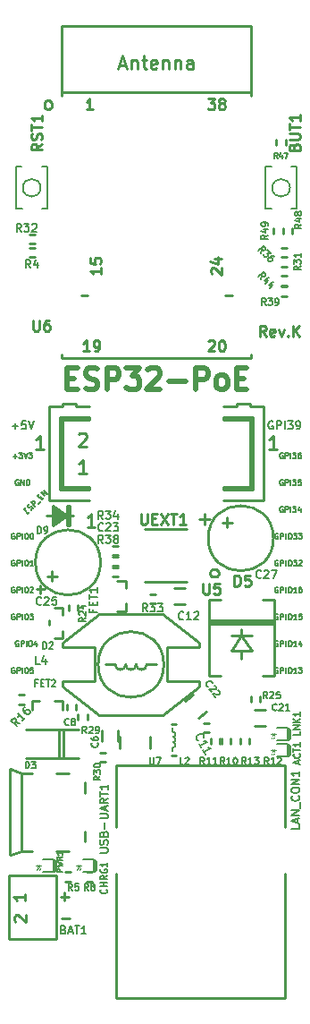
<source format=gbr>
G04 #@! TF.GenerationSoftware,KiCad,Pcbnew,5.1.6-c6e7f7d~87~ubuntu18.04.1*
G04 #@! TF.CreationDate,2022-07-26T15:18:22+03:00*
G04 #@! TF.ProjectId,ESP32-PoE_Rev_K,45535033-322d-4506-9f45-5f5265765f4b,K*
G04 #@! TF.SameCoordinates,Original*
G04 #@! TF.FileFunction,Legend,Top*
G04 #@! TF.FilePolarity,Positive*
%FSLAX46Y46*%
G04 Gerber Fmt 4.6, Leading zero omitted, Abs format (unit mm)*
G04 Created by KiCad (PCBNEW 5.1.6-c6e7f7d~87~ubuntu18.04.1) date 2022-07-26 15:18:22*
%MOMM*%
%LPD*%
G01*
G04 APERTURE LIST*
%ADD10C,0.254000*%
%ADD11C,0.190500*%
%ADD12C,0.127000*%
%ADD13C,0.508000*%
%ADD14C,0.200000*%
%ADD15C,0.100000*%
%ADD16C,0.050000*%
%ADD17C,0.600000*%
%ADD18C,0.158750*%
G04 APERTURE END LIST*
D10*
X98330657Y-131257523D02*
X97604942Y-131257523D01*
X97967800Y-131257523D02*
X97967800Y-129987523D01*
X97846847Y-130168952D01*
X97725895Y-130289904D01*
X97604942Y-130350380D01*
D11*
X115179928Y-121285000D02*
X115107357Y-121248714D01*
X114998500Y-121248714D01*
X114889642Y-121285000D01*
X114817071Y-121357571D01*
X114780785Y-121430142D01*
X114744500Y-121575285D01*
X114744500Y-121684142D01*
X114780785Y-121829285D01*
X114817071Y-121901857D01*
X114889642Y-121974428D01*
X114998500Y-122010714D01*
X115071071Y-122010714D01*
X115179928Y-121974428D01*
X115216214Y-121938142D01*
X115216214Y-121684142D01*
X115071071Y-121684142D01*
X115542785Y-122010714D02*
X115542785Y-121248714D01*
X115833071Y-121248714D01*
X115905642Y-121285000D01*
X115941928Y-121321285D01*
X115978214Y-121393857D01*
X115978214Y-121502714D01*
X115941928Y-121575285D01*
X115905642Y-121611571D01*
X115833071Y-121647857D01*
X115542785Y-121647857D01*
X116304785Y-122010714D02*
X116304785Y-121248714D01*
X116595071Y-121248714D02*
X117066785Y-121248714D01*
X116812785Y-121539000D01*
X116921642Y-121539000D01*
X116994214Y-121575285D01*
X117030500Y-121611571D01*
X117066785Y-121684142D01*
X117066785Y-121865571D01*
X117030500Y-121938142D01*
X116994214Y-121974428D01*
X116921642Y-122010714D01*
X116703928Y-122010714D01*
X116631357Y-121974428D01*
X116595071Y-121938142D01*
X117429642Y-122010714D02*
X117574785Y-122010714D01*
X117647357Y-121974428D01*
X117683642Y-121938142D01*
X117756214Y-121829285D01*
X117792500Y-121684142D01*
X117792500Y-121393857D01*
X117756214Y-121321285D01*
X117719928Y-121285000D01*
X117647357Y-121248714D01*
X117502214Y-121248714D01*
X117429642Y-121285000D01*
X117393357Y-121321285D01*
X117357071Y-121393857D01*
X117357071Y-121575285D01*
X117393357Y-121647857D01*
X117429642Y-121684142D01*
X117502214Y-121720428D01*
X117647357Y-121720428D01*
X117719928Y-121684142D01*
X117756214Y-121647857D01*
X117792500Y-121575285D01*
D12*
X116114285Y-124269500D02*
X116065904Y-124245309D01*
X115993333Y-124245309D01*
X115920761Y-124269500D01*
X115872380Y-124317880D01*
X115848190Y-124366261D01*
X115824000Y-124463023D01*
X115824000Y-124535595D01*
X115848190Y-124632357D01*
X115872380Y-124680738D01*
X115920761Y-124729119D01*
X115993333Y-124753309D01*
X116041714Y-124753309D01*
X116114285Y-124729119D01*
X116138476Y-124704928D01*
X116138476Y-124535595D01*
X116041714Y-124535595D01*
X116356190Y-124753309D02*
X116356190Y-124245309D01*
X116549714Y-124245309D01*
X116598095Y-124269500D01*
X116622285Y-124293690D01*
X116646476Y-124342071D01*
X116646476Y-124414642D01*
X116622285Y-124463023D01*
X116598095Y-124487214D01*
X116549714Y-124511404D01*
X116356190Y-124511404D01*
X116864190Y-124753309D02*
X116864190Y-124245309D01*
X117057714Y-124245309D02*
X117372190Y-124245309D01*
X117202857Y-124438833D01*
X117275428Y-124438833D01*
X117323809Y-124463023D01*
X117348000Y-124487214D01*
X117372190Y-124535595D01*
X117372190Y-124656547D01*
X117348000Y-124704928D01*
X117323809Y-124729119D01*
X117275428Y-124753309D01*
X117130285Y-124753309D01*
X117081904Y-124729119D01*
X117057714Y-124704928D01*
X117807619Y-124245309D02*
X117710857Y-124245309D01*
X117662476Y-124269500D01*
X117638285Y-124293690D01*
X117589904Y-124366261D01*
X117565714Y-124463023D01*
X117565714Y-124656547D01*
X117589904Y-124704928D01*
X117614095Y-124729119D01*
X117662476Y-124753309D01*
X117759238Y-124753309D01*
X117807619Y-124729119D01*
X117831809Y-124704928D01*
X117856000Y-124656547D01*
X117856000Y-124535595D01*
X117831809Y-124487214D01*
X117807619Y-124463023D01*
X117759238Y-124438833D01*
X117662476Y-124438833D01*
X117614095Y-124463023D01*
X117589904Y-124487214D01*
X117565714Y-124535595D01*
X116114285Y-126809500D02*
X116065904Y-126785309D01*
X115993333Y-126785309D01*
X115920761Y-126809500D01*
X115872380Y-126857880D01*
X115848190Y-126906261D01*
X115824000Y-127003023D01*
X115824000Y-127075595D01*
X115848190Y-127172357D01*
X115872380Y-127220738D01*
X115920761Y-127269119D01*
X115993333Y-127293309D01*
X116041714Y-127293309D01*
X116114285Y-127269119D01*
X116138476Y-127244928D01*
X116138476Y-127075595D01*
X116041714Y-127075595D01*
X116356190Y-127293309D02*
X116356190Y-126785309D01*
X116549714Y-126785309D01*
X116598095Y-126809500D01*
X116622285Y-126833690D01*
X116646476Y-126882071D01*
X116646476Y-126954642D01*
X116622285Y-127003023D01*
X116598095Y-127027214D01*
X116549714Y-127051404D01*
X116356190Y-127051404D01*
X116864190Y-127293309D02*
X116864190Y-126785309D01*
X117057714Y-126785309D02*
X117372190Y-126785309D01*
X117202857Y-126978833D01*
X117275428Y-126978833D01*
X117323809Y-127003023D01*
X117348000Y-127027214D01*
X117372190Y-127075595D01*
X117372190Y-127196547D01*
X117348000Y-127244928D01*
X117323809Y-127269119D01*
X117275428Y-127293309D01*
X117130285Y-127293309D01*
X117081904Y-127269119D01*
X117057714Y-127244928D01*
X117831809Y-126785309D02*
X117589904Y-126785309D01*
X117565714Y-127027214D01*
X117589904Y-127003023D01*
X117638285Y-126978833D01*
X117759238Y-126978833D01*
X117807619Y-127003023D01*
X117831809Y-127027214D01*
X117856000Y-127075595D01*
X117856000Y-127196547D01*
X117831809Y-127244928D01*
X117807619Y-127269119D01*
X117759238Y-127293309D01*
X117638285Y-127293309D01*
X117589904Y-127269119D01*
X117565714Y-127244928D01*
X116114285Y-129349500D02*
X116065904Y-129325309D01*
X115993333Y-129325309D01*
X115920761Y-129349500D01*
X115872380Y-129397880D01*
X115848190Y-129446261D01*
X115824000Y-129543023D01*
X115824000Y-129615595D01*
X115848190Y-129712357D01*
X115872380Y-129760738D01*
X115920761Y-129809119D01*
X115993333Y-129833309D01*
X116041714Y-129833309D01*
X116114285Y-129809119D01*
X116138476Y-129784928D01*
X116138476Y-129615595D01*
X116041714Y-129615595D01*
X116356190Y-129833309D02*
X116356190Y-129325309D01*
X116549714Y-129325309D01*
X116598095Y-129349500D01*
X116622285Y-129373690D01*
X116646476Y-129422071D01*
X116646476Y-129494642D01*
X116622285Y-129543023D01*
X116598095Y-129567214D01*
X116549714Y-129591404D01*
X116356190Y-129591404D01*
X116864190Y-129833309D02*
X116864190Y-129325309D01*
X117057714Y-129325309D02*
X117372190Y-129325309D01*
X117202857Y-129518833D01*
X117275428Y-129518833D01*
X117323809Y-129543023D01*
X117348000Y-129567214D01*
X117372190Y-129615595D01*
X117372190Y-129736547D01*
X117348000Y-129784928D01*
X117323809Y-129809119D01*
X117275428Y-129833309D01*
X117130285Y-129833309D01*
X117081904Y-129809119D01*
X117057714Y-129784928D01*
X117807619Y-129494642D02*
X117807619Y-129833309D01*
X117686666Y-129301119D02*
X117565714Y-129663976D01*
X117880190Y-129663976D01*
X115657690Y-131889500D02*
X115609309Y-131865309D01*
X115536738Y-131865309D01*
X115464166Y-131889500D01*
X115415785Y-131937880D01*
X115391595Y-131986261D01*
X115367404Y-132083023D01*
X115367404Y-132155595D01*
X115391595Y-132252357D01*
X115415785Y-132300738D01*
X115464166Y-132349119D01*
X115536738Y-132373309D01*
X115585119Y-132373309D01*
X115657690Y-132349119D01*
X115681880Y-132324928D01*
X115681880Y-132155595D01*
X115585119Y-132155595D01*
X115899595Y-132373309D02*
X115899595Y-131865309D01*
X116093119Y-131865309D01*
X116141500Y-131889500D01*
X116165690Y-131913690D01*
X116189880Y-131962071D01*
X116189880Y-132034642D01*
X116165690Y-132083023D01*
X116141500Y-132107214D01*
X116093119Y-132131404D01*
X115899595Y-132131404D01*
X116407595Y-132373309D02*
X116407595Y-131865309D01*
X116746261Y-131865309D02*
X116843023Y-131865309D01*
X116891404Y-131889500D01*
X116939785Y-131937880D01*
X116963976Y-132034642D01*
X116963976Y-132203976D01*
X116939785Y-132300738D01*
X116891404Y-132349119D01*
X116843023Y-132373309D01*
X116746261Y-132373309D01*
X116697880Y-132349119D01*
X116649500Y-132300738D01*
X116625309Y-132203976D01*
X116625309Y-132034642D01*
X116649500Y-131937880D01*
X116697880Y-131889500D01*
X116746261Y-131865309D01*
X117133309Y-131865309D02*
X117447785Y-131865309D01*
X117278452Y-132058833D01*
X117351023Y-132058833D01*
X117399404Y-132083023D01*
X117423595Y-132107214D01*
X117447785Y-132155595D01*
X117447785Y-132276547D01*
X117423595Y-132324928D01*
X117399404Y-132349119D01*
X117351023Y-132373309D01*
X117205880Y-132373309D01*
X117157500Y-132349119D01*
X117133309Y-132324928D01*
X117617119Y-131865309D02*
X117931595Y-131865309D01*
X117762261Y-132058833D01*
X117834833Y-132058833D01*
X117883214Y-132083023D01*
X117907404Y-132107214D01*
X117931595Y-132155595D01*
X117931595Y-132276547D01*
X117907404Y-132324928D01*
X117883214Y-132349119D01*
X117834833Y-132373309D01*
X117689690Y-132373309D01*
X117641309Y-132349119D01*
X117617119Y-132324928D01*
X115657690Y-134429500D02*
X115609309Y-134405309D01*
X115536738Y-134405309D01*
X115464166Y-134429500D01*
X115415785Y-134477880D01*
X115391595Y-134526261D01*
X115367404Y-134623023D01*
X115367404Y-134695595D01*
X115391595Y-134792357D01*
X115415785Y-134840738D01*
X115464166Y-134889119D01*
X115536738Y-134913309D01*
X115585119Y-134913309D01*
X115657690Y-134889119D01*
X115681880Y-134864928D01*
X115681880Y-134695595D01*
X115585119Y-134695595D01*
X115899595Y-134913309D02*
X115899595Y-134405309D01*
X116093119Y-134405309D01*
X116141500Y-134429500D01*
X116165690Y-134453690D01*
X116189880Y-134502071D01*
X116189880Y-134574642D01*
X116165690Y-134623023D01*
X116141500Y-134647214D01*
X116093119Y-134671404D01*
X115899595Y-134671404D01*
X116407595Y-134913309D02*
X116407595Y-134405309D01*
X116746261Y-134405309D02*
X116843023Y-134405309D01*
X116891404Y-134429500D01*
X116939785Y-134477880D01*
X116963976Y-134574642D01*
X116963976Y-134743976D01*
X116939785Y-134840738D01*
X116891404Y-134889119D01*
X116843023Y-134913309D01*
X116746261Y-134913309D01*
X116697880Y-134889119D01*
X116649500Y-134840738D01*
X116625309Y-134743976D01*
X116625309Y-134574642D01*
X116649500Y-134477880D01*
X116697880Y-134429500D01*
X116746261Y-134405309D01*
X117133309Y-134405309D02*
X117447785Y-134405309D01*
X117278452Y-134598833D01*
X117351023Y-134598833D01*
X117399404Y-134623023D01*
X117423595Y-134647214D01*
X117447785Y-134695595D01*
X117447785Y-134816547D01*
X117423595Y-134864928D01*
X117399404Y-134889119D01*
X117351023Y-134913309D01*
X117205880Y-134913309D01*
X117157500Y-134889119D01*
X117133309Y-134864928D01*
X117641309Y-134453690D02*
X117665500Y-134429500D01*
X117713880Y-134405309D01*
X117834833Y-134405309D01*
X117883214Y-134429500D01*
X117907404Y-134453690D01*
X117931595Y-134502071D01*
X117931595Y-134550452D01*
X117907404Y-134623023D01*
X117617119Y-134913309D01*
X117931595Y-134913309D01*
X115657690Y-136969500D02*
X115609309Y-136945309D01*
X115536738Y-136945309D01*
X115464166Y-136969500D01*
X115415785Y-137017880D01*
X115391595Y-137066261D01*
X115367404Y-137163023D01*
X115367404Y-137235595D01*
X115391595Y-137332357D01*
X115415785Y-137380738D01*
X115464166Y-137429119D01*
X115536738Y-137453309D01*
X115585119Y-137453309D01*
X115657690Y-137429119D01*
X115681880Y-137404928D01*
X115681880Y-137235595D01*
X115585119Y-137235595D01*
X115899595Y-137453309D02*
X115899595Y-136945309D01*
X116093119Y-136945309D01*
X116141500Y-136969500D01*
X116165690Y-136993690D01*
X116189880Y-137042071D01*
X116189880Y-137114642D01*
X116165690Y-137163023D01*
X116141500Y-137187214D01*
X116093119Y-137211404D01*
X115899595Y-137211404D01*
X116407595Y-137453309D02*
X116407595Y-136945309D01*
X116746261Y-136945309D02*
X116843023Y-136945309D01*
X116891404Y-136969500D01*
X116939785Y-137017880D01*
X116963976Y-137114642D01*
X116963976Y-137283976D01*
X116939785Y-137380738D01*
X116891404Y-137429119D01*
X116843023Y-137453309D01*
X116746261Y-137453309D01*
X116697880Y-137429119D01*
X116649500Y-137380738D01*
X116625309Y-137283976D01*
X116625309Y-137114642D01*
X116649500Y-137017880D01*
X116697880Y-136969500D01*
X116746261Y-136945309D01*
X117447785Y-137453309D02*
X117157500Y-137453309D01*
X117302642Y-137453309D02*
X117302642Y-136945309D01*
X117254261Y-137017880D01*
X117205880Y-137066261D01*
X117157500Y-137090452D01*
X117883214Y-136945309D02*
X117786452Y-136945309D01*
X117738071Y-136969500D01*
X117713880Y-136993690D01*
X117665500Y-137066261D01*
X117641309Y-137163023D01*
X117641309Y-137356547D01*
X117665500Y-137404928D01*
X117689690Y-137429119D01*
X117738071Y-137453309D01*
X117834833Y-137453309D01*
X117883214Y-137429119D01*
X117907404Y-137404928D01*
X117931595Y-137356547D01*
X117931595Y-137235595D01*
X117907404Y-137187214D01*
X117883214Y-137163023D01*
X117834833Y-137138833D01*
X117738071Y-137138833D01*
X117689690Y-137163023D01*
X117665500Y-137187214D01*
X117641309Y-137235595D01*
X115657690Y-139509500D02*
X115609309Y-139485309D01*
X115536738Y-139485309D01*
X115464166Y-139509500D01*
X115415785Y-139557880D01*
X115391595Y-139606261D01*
X115367404Y-139703023D01*
X115367404Y-139775595D01*
X115391595Y-139872357D01*
X115415785Y-139920738D01*
X115464166Y-139969119D01*
X115536738Y-139993309D01*
X115585119Y-139993309D01*
X115657690Y-139969119D01*
X115681880Y-139944928D01*
X115681880Y-139775595D01*
X115585119Y-139775595D01*
X115899595Y-139993309D02*
X115899595Y-139485309D01*
X116093119Y-139485309D01*
X116141500Y-139509500D01*
X116165690Y-139533690D01*
X116189880Y-139582071D01*
X116189880Y-139654642D01*
X116165690Y-139703023D01*
X116141500Y-139727214D01*
X116093119Y-139751404D01*
X115899595Y-139751404D01*
X116407595Y-139993309D02*
X116407595Y-139485309D01*
X116746261Y-139485309D02*
X116843023Y-139485309D01*
X116891404Y-139509500D01*
X116939785Y-139557880D01*
X116963976Y-139654642D01*
X116963976Y-139823976D01*
X116939785Y-139920738D01*
X116891404Y-139969119D01*
X116843023Y-139993309D01*
X116746261Y-139993309D01*
X116697880Y-139969119D01*
X116649500Y-139920738D01*
X116625309Y-139823976D01*
X116625309Y-139654642D01*
X116649500Y-139557880D01*
X116697880Y-139509500D01*
X116746261Y-139485309D01*
X117447785Y-139993309D02*
X117157500Y-139993309D01*
X117302642Y-139993309D02*
X117302642Y-139485309D01*
X117254261Y-139557880D01*
X117205880Y-139606261D01*
X117157500Y-139630452D01*
X117907404Y-139485309D02*
X117665500Y-139485309D01*
X117641309Y-139727214D01*
X117665500Y-139703023D01*
X117713880Y-139678833D01*
X117834833Y-139678833D01*
X117883214Y-139703023D01*
X117907404Y-139727214D01*
X117931595Y-139775595D01*
X117931595Y-139896547D01*
X117907404Y-139944928D01*
X117883214Y-139969119D01*
X117834833Y-139993309D01*
X117713880Y-139993309D01*
X117665500Y-139969119D01*
X117641309Y-139944928D01*
X115657690Y-142049500D02*
X115609309Y-142025309D01*
X115536738Y-142025309D01*
X115464166Y-142049500D01*
X115415785Y-142097880D01*
X115391595Y-142146261D01*
X115367404Y-142243023D01*
X115367404Y-142315595D01*
X115391595Y-142412357D01*
X115415785Y-142460738D01*
X115464166Y-142509119D01*
X115536738Y-142533309D01*
X115585119Y-142533309D01*
X115657690Y-142509119D01*
X115681880Y-142484928D01*
X115681880Y-142315595D01*
X115585119Y-142315595D01*
X115899595Y-142533309D02*
X115899595Y-142025309D01*
X116093119Y-142025309D01*
X116141500Y-142049500D01*
X116165690Y-142073690D01*
X116189880Y-142122071D01*
X116189880Y-142194642D01*
X116165690Y-142243023D01*
X116141500Y-142267214D01*
X116093119Y-142291404D01*
X115899595Y-142291404D01*
X116407595Y-142533309D02*
X116407595Y-142025309D01*
X116746261Y-142025309D02*
X116843023Y-142025309D01*
X116891404Y-142049500D01*
X116939785Y-142097880D01*
X116963976Y-142194642D01*
X116963976Y-142363976D01*
X116939785Y-142460738D01*
X116891404Y-142509119D01*
X116843023Y-142533309D01*
X116746261Y-142533309D01*
X116697880Y-142509119D01*
X116649500Y-142460738D01*
X116625309Y-142363976D01*
X116625309Y-142194642D01*
X116649500Y-142097880D01*
X116697880Y-142049500D01*
X116746261Y-142025309D01*
X117447785Y-142533309D02*
X117157500Y-142533309D01*
X117302642Y-142533309D02*
X117302642Y-142025309D01*
X117254261Y-142097880D01*
X117205880Y-142146261D01*
X117157500Y-142170452D01*
X117883214Y-142194642D02*
X117883214Y-142533309D01*
X117762261Y-142001119D02*
X117641309Y-142363976D01*
X117955785Y-142363976D01*
X115657690Y-144589500D02*
X115609309Y-144565309D01*
X115536738Y-144565309D01*
X115464166Y-144589500D01*
X115415785Y-144637880D01*
X115391595Y-144686261D01*
X115367404Y-144783023D01*
X115367404Y-144855595D01*
X115391595Y-144952357D01*
X115415785Y-145000738D01*
X115464166Y-145049119D01*
X115536738Y-145073309D01*
X115585119Y-145073309D01*
X115657690Y-145049119D01*
X115681880Y-145024928D01*
X115681880Y-144855595D01*
X115585119Y-144855595D01*
X115899595Y-145073309D02*
X115899595Y-144565309D01*
X116093119Y-144565309D01*
X116141500Y-144589500D01*
X116165690Y-144613690D01*
X116189880Y-144662071D01*
X116189880Y-144734642D01*
X116165690Y-144783023D01*
X116141500Y-144807214D01*
X116093119Y-144831404D01*
X115899595Y-144831404D01*
X116407595Y-145073309D02*
X116407595Y-144565309D01*
X116746261Y-144565309D02*
X116843023Y-144565309D01*
X116891404Y-144589500D01*
X116939785Y-144637880D01*
X116963976Y-144734642D01*
X116963976Y-144903976D01*
X116939785Y-145000738D01*
X116891404Y-145049119D01*
X116843023Y-145073309D01*
X116746261Y-145073309D01*
X116697880Y-145049119D01*
X116649500Y-145000738D01*
X116625309Y-144903976D01*
X116625309Y-144734642D01*
X116649500Y-144637880D01*
X116697880Y-144589500D01*
X116746261Y-144565309D01*
X117447785Y-145073309D02*
X117157500Y-145073309D01*
X117302642Y-145073309D02*
X117302642Y-144565309D01*
X117254261Y-144637880D01*
X117205880Y-144686261D01*
X117157500Y-144710452D01*
X117617119Y-144565309D02*
X117931595Y-144565309D01*
X117762261Y-144758833D01*
X117834833Y-144758833D01*
X117883214Y-144783023D01*
X117907404Y-144807214D01*
X117931595Y-144855595D01*
X117931595Y-144976547D01*
X117907404Y-145024928D01*
X117883214Y-145049119D01*
X117834833Y-145073309D01*
X117689690Y-145073309D01*
X117641309Y-145049119D01*
X117617119Y-145024928D01*
X90690095Y-144589500D02*
X90641714Y-144565309D01*
X90569142Y-144565309D01*
X90496571Y-144589500D01*
X90448190Y-144637880D01*
X90424000Y-144686261D01*
X90399809Y-144783023D01*
X90399809Y-144855595D01*
X90424000Y-144952357D01*
X90448190Y-145000738D01*
X90496571Y-145049119D01*
X90569142Y-145073309D01*
X90617523Y-145073309D01*
X90690095Y-145049119D01*
X90714285Y-145024928D01*
X90714285Y-144855595D01*
X90617523Y-144855595D01*
X90932000Y-145073309D02*
X90932000Y-144565309D01*
X91125523Y-144565309D01*
X91173904Y-144589500D01*
X91198095Y-144613690D01*
X91222285Y-144662071D01*
X91222285Y-144734642D01*
X91198095Y-144783023D01*
X91173904Y-144807214D01*
X91125523Y-144831404D01*
X90932000Y-144831404D01*
X91440000Y-145073309D02*
X91440000Y-144565309D01*
X91778666Y-144565309D02*
X91875428Y-144565309D01*
X91923809Y-144589500D01*
X91972190Y-144637880D01*
X91996380Y-144734642D01*
X91996380Y-144903976D01*
X91972190Y-145000738D01*
X91923809Y-145049119D01*
X91875428Y-145073309D01*
X91778666Y-145073309D01*
X91730285Y-145049119D01*
X91681904Y-145000738D01*
X91657714Y-144903976D01*
X91657714Y-144734642D01*
X91681904Y-144637880D01*
X91730285Y-144589500D01*
X91778666Y-144565309D01*
X92456000Y-144565309D02*
X92214095Y-144565309D01*
X92189904Y-144807214D01*
X92214095Y-144783023D01*
X92262476Y-144758833D01*
X92383428Y-144758833D01*
X92431809Y-144783023D01*
X92456000Y-144807214D01*
X92480190Y-144855595D01*
X92480190Y-144976547D01*
X92456000Y-145024928D01*
X92431809Y-145049119D01*
X92383428Y-145073309D01*
X92262476Y-145073309D01*
X92214095Y-145049119D01*
X92189904Y-145024928D01*
X91071095Y-142049500D02*
X91022714Y-142025309D01*
X90950142Y-142025309D01*
X90877571Y-142049500D01*
X90829190Y-142097880D01*
X90805000Y-142146261D01*
X90780809Y-142243023D01*
X90780809Y-142315595D01*
X90805000Y-142412357D01*
X90829190Y-142460738D01*
X90877571Y-142509119D01*
X90950142Y-142533309D01*
X90998523Y-142533309D01*
X91071095Y-142509119D01*
X91095285Y-142484928D01*
X91095285Y-142315595D01*
X90998523Y-142315595D01*
X91313000Y-142533309D02*
X91313000Y-142025309D01*
X91506523Y-142025309D01*
X91554904Y-142049500D01*
X91579095Y-142073690D01*
X91603285Y-142122071D01*
X91603285Y-142194642D01*
X91579095Y-142243023D01*
X91554904Y-142267214D01*
X91506523Y-142291404D01*
X91313000Y-142291404D01*
X91821000Y-142533309D02*
X91821000Y-142025309D01*
X92159666Y-142025309D02*
X92256428Y-142025309D01*
X92304809Y-142049500D01*
X92353190Y-142097880D01*
X92377380Y-142194642D01*
X92377380Y-142363976D01*
X92353190Y-142460738D01*
X92304809Y-142509119D01*
X92256428Y-142533309D01*
X92159666Y-142533309D01*
X92111285Y-142509119D01*
X92062904Y-142460738D01*
X92038714Y-142363976D01*
X92038714Y-142194642D01*
X92062904Y-142097880D01*
X92111285Y-142049500D01*
X92159666Y-142025309D01*
X92812809Y-142194642D02*
X92812809Y-142533309D01*
X92691857Y-142001119D02*
X92570904Y-142363976D01*
X92885380Y-142363976D01*
X90690095Y-139509500D02*
X90641714Y-139485309D01*
X90569142Y-139485309D01*
X90496571Y-139509500D01*
X90448190Y-139557880D01*
X90424000Y-139606261D01*
X90399809Y-139703023D01*
X90399809Y-139775595D01*
X90424000Y-139872357D01*
X90448190Y-139920738D01*
X90496571Y-139969119D01*
X90569142Y-139993309D01*
X90617523Y-139993309D01*
X90690095Y-139969119D01*
X90714285Y-139944928D01*
X90714285Y-139775595D01*
X90617523Y-139775595D01*
X90932000Y-139993309D02*
X90932000Y-139485309D01*
X91125523Y-139485309D01*
X91173904Y-139509500D01*
X91198095Y-139533690D01*
X91222285Y-139582071D01*
X91222285Y-139654642D01*
X91198095Y-139703023D01*
X91173904Y-139727214D01*
X91125523Y-139751404D01*
X90932000Y-139751404D01*
X91440000Y-139993309D02*
X91440000Y-139485309D01*
X91778666Y-139485309D02*
X91875428Y-139485309D01*
X91923809Y-139509500D01*
X91972190Y-139557880D01*
X91996380Y-139654642D01*
X91996380Y-139823976D01*
X91972190Y-139920738D01*
X91923809Y-139969119D01*
X91875428Y-139993309D01*
X91778666Y-139993309D01*
X91730285Y-139969119D01*
X91681904Y-139920738D01*
X91657714Y-139823976D01*
X91657714Y-139654642D01*
X91681904Y-139557880D01*
X91730285Y-139509500D01*
X91778666Y-139485309D01*
X92165714Y-139485309D02*
X92480190Y-139485309D01*
X92310857Y-139678833D01*
X92383428Y-139678833D01*
X92431809Y-139703023D01*
X92456000Y-139727214D01*
X92480190Y-139775595D01*
X92480190Y-139896547D01*
X92456000Y-139944928D01*
X92431809Y-139969119D01*
X92383428Y-139993309D01*
X92238285Y-139993309D01*
X92189904Y-139969119D01*
X92165714Y-139944928D01*
X90690095Y-136969500D02*
X90641714Y-136945309D01*
X90569142Y-136945309D01*
X90496571Y-136969500D01*
X90448190Y-137017880D01*
X90424000Y-137066261D01*
X90399809Y-137163023D01*
X90399809Y-137235595D01*
X90424000Y-137332357D01*
X90448190Y-137380738D01*
X90496571Y-137429119D01*
X90569142Y-137453309D01*
X90617523Y-137453309D01*
X90690095Y-137429119D01*
X90714285Y-137404928D01*
X90714285Y-137235595D01*
X90617523Y-137235595D01*
X90932000Y-137453309D02*
X90932000Y-136945309D01*
X91125523Y-136945309D01*
X91173904Y-136969500D01*
X91198095Y-136993690D01*
X91222285Y-137042071D01*
X91222285Y-137114642D01*
X91198095Y-137163023D01*
X91173904Y-137187214D01*
X91125523Y-137211404D01*
X90932000Y-137211404D01*
X91440000Y-137453309D02*
X91440000Y-136945309D01*
X91778666Y-136945309D02*
X91875428Y-136945309D01*
X91923809Y-136969500D01*
X91972190Y-137017880D01*
X91996380Y-137114642D01*
X91996380Y-137283976D01*
X91972190Y-137380738D01*
X91923809Y-137429119D01*
X91875428Y-137453309D01*
X91778666Y-137453309D01*
X91730285Y-137429119D01*
X91681904Y-137380738D01*
X91657714Y-137283976D01*
X91657714Y-137114642D01*
X91681904Y-137017880D01*
X91730285Y-136969500D01*
X91778666Y-136945309D01*
X92189904Y-136993690D02*
X92214095Y-136969500D01*
X92262476Y-136945309D01*
X92383428Y-136945309D01*
X92431809Y-136969500D01*
X92456000Y-136993690D01*
X92480190Y-137042071D01*
X92480190Y-137090452D01*
X92456000Y-137163023D01*
X92165714Y-137453309D01*
X92480190Y-137453309D01*
X90690095Y-134429500D02*
X90641714Y-134405309D01*
X90569142Y-134405309D01*
X90496571Y-134429500D01*
X90448190Y-134477880D01*
X90424000Y-134526261D01*
X90399809Y-134623023D01*
X90399809Y-134695595D01*
X90424000Y-134792357D01*
X90448190Y-134840738D01*
X90496571Y-134889119D01*
X90569142Y-134913309D01*
X90617523Y-134913309D01*
X90690095Y-134889119D01*
X90714285Y-134864928D01*
X90714285Y-134695595D01*
X90617523Y-134695595D01*
X90932000Y-134913309D02*
X90932000Y-134405309D01*
X91125523Y-134405309D01*
X91173904Y-134429500D01*
X91198095Y-134453690D01*
X91222285Y-134502071D01*
X91222285Y-134574642D01*
X91198095Y-134623023D01*
X91173904Y-134647214D01*
X91125523Y-134671404D01*
X90932000Y-134671404D01*
X91440000Y-134913309D02*
X91440000Y-134405309D01*
X91778666Y-134405309D02*
X91875428Y-134405309D01*
X91923809Y-134429500D01*
X91972190Y-134477880D01*
X91996380Y-134574642D01*
X91996380Y-134743976D01*
X91972190Y-134840738D01*
X91923809Y-134889119D01*
X91875428Y-134913309D01*
X91778666Y-134913309D01*
X91730285Y-134889119D01*
X91681904Y-134840738D01*
X91657714Y-134743976D01*
X91657714Y-134574642D01*
X91681904Y-134477880D01*
X91730285Y-134429500D01*
X91778666Y-134405309D01*
X92480190Y-134913309D02*
X92189904Y-134913309D01*
X92335047Y-134913309D02*
X92335047Y-134405309D01*
X92286666Y-134477880D01*
X92238285Y-134526261D01*
X92189904Y-134550452D01*
X90690095Y-131889500D02*
X90641714Y-131865309D01*
X90569142Y-131865309D01*
X90496571Y-131889500D01*
X90448190Y-131937880D01*
X90424000Y-131986261D01*
X90399809Y-132083023D01*
X90399809Y-132155595D01*
X90424000Y-132252357D01*
X90448190Y-132300738D01*
X90496571Y-132349119D01*
X90569142Y-132373309D01*
X90617523Y-132373309D01*
X90690095Y-132349119D01*
X90714285Y-132324928D01*
X90714285Y-132155595D01*
X90617523Y-132155595D01*
X90932000Y-132373309D02*
X90932000Y-131865309D01*
X91125523Y-131865309D01*
X91173904Y-131889500D01*
X91198095Y-131913690D01*
X91222285Y-131962071D01*
X91222285Y-132034642D01*
X91198095Y-132083023D01*
X91173904Y-132107214D01*
X91125523Y-132131404D01*
X90932000Y-132131404D01*
X91440000Y-132373309D02*
X91440000Y-131865309D01*
X91778666Y-131865309D02*
X91875428Y-131865309D01*
X91923809Y-131889500D01*
X91972190Y-131937880D01*
X91996380Y-132034642D01*
X91996380Y-132203976D01*
X91972190Y-132300738D01*
X91923809Y-132349119D01*
X91875428Y-132373309D01*
X91778666Y-132373309D01*
X91730285Y-132349119D01*
X91681904Y-132300738D01*
X91657714Y-132203976D01*
X91657714Y-132034642D01*
X91681904Y-131937880D01*
X91730285Y-131889500D01*
X91778666Y-131865309D01*
X92310857Y-131865309D02*
X92359238Y-131865309D01*
X92407619Y-131889500D01*
X92431809Y-131913690D01*
X92456000Y-131962071D01*
X92480190Y-132058833D01*
X92480190Y-132179785D01*
X92456000Y-132276547D01*
X92431809Y-132324928D01*
X92407619Y-132349119D01*
X92359238Y-132373309D01*
X92310857Y-132373309D01*
X92262476Y-132349119D01*
X92238285Y-132324928D01*
X92214095Y-132276547D01*
X92189904Y-132179785D01*
X92189904Y-132058833D01*
X92214095Y-131962071D01*
X92238285Y-131913690D01*
X92262476Y-131889500D01*
X92310857Y-131865309D01*
X91769211Y-129794472D02*
X91888948Y-129674736D01*
X92128421Y-129811578D02*
X91957369Y-129982630D01*
X91598158Y-129623420D01*
X91769211Y-129452367D01*
X92248158Y-129657630D02*
X92316579Y-129623420D01*
X92402105Y-129537894D01*
X92419210Y-129486578D01*
X92419210Y-129452367D01*
X92402105Y-129401052D01*
X92367895Y-129366841D01*
X92316579Y-129349736D01*
X92282368Y-129349736D01*
X92231053Y-129366841D01*
X92145526Y-129418157D01*
X92094211Y-129435262D01*
X92060000Y-129435262D01*
X92008684Y-129418157D01*
X91974474Y-129383946D01*
X91957369Y-129332631D01*
X91957369Y-129298420D01*
X91974474Y-129247104D01*
X92060000Y-129161578D01*
X92128421Y-129127368D01*
X92624473Y-129315525D02*
X92265263Y-128956315D01*
X92402105Y-128819473D01*
X92453421Y-128802368D01*
X92487631Y-128802368D01*
X92538947Y-128819473D01*
X92590263Y-128870789D01*
X92607368Y-128922105D01*
X92607368Y-128956315D01*
X92590263Y-129007631D01*
X92453421Y-129144473D01*
X92932368Y-129076052D02*
X93206052Y-128802368D01*
X93069210Y-128494474D02*
X93188946Y-128374737D01*
X93428420Y-128511579D02*
X93257367Y-128682631D01*
X92898157Y-128323421D01*
X93069210Y-128152369D01*
X93582367Y-128357632D02*
X93223157Y-127998421D01*
X93787630Y-128152369D01*
X93428420Y-127793158D01*
X91052952Y-126809500D02*
X91004571Y-126785309D01*
X90932000Y-126785309D01*
X90859428Y-126809500D01*
X90811047Y-126857880D01*
X90786857Y-126906261D01*
X90762666Y-127003023D01*
X90762666Y-127075595D01*
X90786857Y-127172357D01*
X90811047Y-127220738D01*
X90859428Y-127269119D01*
X90932000Y-127293309D01*
X90980380Y-127293309D01*
X91052952Y-127269119D01*
X91077142Y-127244928D01*
X91077142Y-127075595D01*
X90980380Y-127075595D01*
X91294857Y-127293309D02*
X91294857Y-126785309D01*
X91585142Y-127293309D01*
X91585142Y-126785309D01*
X91827047Y-127293309D02*
X91827047Y-126785309D01*
X91948000Y-126785309D01*
X92020571Y-126809500D01*
X92068952Y-126857880D01*
X92093142Y-126906261D01*
X92117333Y-127003023D01*
X92117333Y-127075595D01*
X92093142Y-127172357D01*
X92068952Y-127220738D01*
X92020571Y-127269119D01*
X91948000Y-127293309D01*
X91827047Y-127293309D01*
X90544952Y-124559785D02*
X90932000Y-124559785D01*
X90738476Y-124753309D02*
X90738476Y-124366261D01*
X91125523Y-124245309D02*
X91440000Y-124245309D01*
X91270666Y-124438833D01*
X91343238Y-124438833D01*
X91391619Y-124463023D01*
X91415809Y-124487214D01*
X91440000Y-124535595D01*
X91440000Y-124656547D01*
X91415809Y-124704928D01*
X91391619Y-124729119D01*
X91343238Y-124753309D01*
X91198095Y-124753309D01*
X91149714Y-124729119D01*
X91125523Y-124704928D01*
X91585142Y-124245309D02*
X91754476Y-124753309D01*
X91923809Y-124245309D01*
X92044761Y-124245309D02*
X92359238Y-124245309D01*
X92189904Y-124438833D01*
X92262476Y-124438833D01*
X92310857Y-124463023D01*
X92335047Y-124487214D01*
X92359238Y-124535595D01*
X92359238Y-124656547D01*
X92335047Y-124704928D01*
X92310857Y-124729119D01*
X92262476Y-124753309D01*
X92117333Y-124753309D01*
X92068952Y-124729119D01*
X92044761Y-124704928D01*
D11*
X90460285Y-121720428D02*
X91040857Y-121720428D01*
X90750571Y-122010714D02*
X90750571Y-121430142D01*
X91766571Y-121248714D02*
X91403714Y-121248714D01*
X91367428Y-121611571D01*
X91403714Y-121575285D01*
X91476285Y-121539000D01*
X91657714Y-121539000D01*
X91730285Y-121575285D01*
X91766571Y-121611571D01*
X91802857Y-121684142D01*
X91802857Y-121865571D01*
X91766571Y-121938142D01*
X91730285Y-121974428D01*
X91657714Y-122010714D01*
X91476285Y-122010714D01*
X91403714Y-121974428D01*
X91367428Y-121938142D01*
X92020571Y-121248714D02*
X92274571Y-122010714D01*
X92528571Y-121248714D01*
D10*
X95891047Y-168329428D02*
X95116952Y-168329428D01*
X95449571Y-166630047D02*
X95449571Y-165855952D01*
X95836619Y-166243000D02*
X95062523Y-166243000D01*
X115551857Y-123891523D02*
X114826142Y-123891523D01*
X115189000Y-123891523D02*
X115189000Y-122621523D01*
X115068047Y-122802952D01*
X114947095Y-122923904D01*
X114826142Y-122984380D01*
X93453857Y-123891523D02*
X92728142Y-123891523D01*
X93091000Y-123891523D02*
X93091000Y-122621523D01*
X92970047Y-122802952D01*
X92849095Y-122923904D01*
X92728142Y-122984380D01*
D13*
X95673333Y-117202857D02*
X96350666Y-117202857D01*
X96640952Y-118267238D02*
X95673333Y-118267238D01*
X95673333Y-116235238D01*
X96640952Y-116235238D01*
X97415047Y-118170476D02*
X97705333Y-118267238D01*
X98189142Y-118267238D01*
X98382666Y-118170476D01*
X98479428Y-118073714D01*
X98576190Y-117880190D01*
X98576190Y-117686666D01*
X98479428Y-117493142D01*
X98382666Y-117396380D01*
X98189142Y-117299619D01*
X97802095Y-117202857D01*
X97608571Y-117106095D01*
X97511809Y-117009333D01*
X97415047Y-116815809D01*
X97415047Y-116622285D01*
X97511809Y-116428761D01*
X97608571Y-116332000D01*
X97802095Y-116235238D01*
X98285904Y-116235238D01*
X98576190Y-116332000D01*
X99447047Y-118267238D02*
X99447047Y-116235238D01*
X100221142Y-116235238D01*
X100414666Y-116332000D01*
X100511428Y-116428761D01*
X100608190Y-116622285D01*
X100608190Y-116912571D01*
X100511428Y-117106095D01*
X100414666Y-117202857D01*
X100221142Y-117299619D01*
X99447047Y-117299619D01*
X101285523Y-116235238D02*
X102543428Y-116235238D01*
X101866095Y-117009333D01*
X102156380Y-117009333D01*
X102349904Y-117106095D01*
X102446666Y-117202857D01*
X102543428Y-117396380D01*
X102543428Y-117880190D01*
X102446666Y-118073714D01*
X102349904Y-118170476D01*
X102156380Y-118267238D01*
X101575809Y-118267238D01*
X101382285Y-118170476D01*
X101285523Y-118073714D01*
X103317523Y-116428761D02*
X103414285Y-116332000D01*
X103607809Y-116235238D01*
X104091619Y-116235238D01*
X104285142Y-116332000D01*
X104381904Y-116428761D01*
X104478666Y-116622285D01*
X104478666Y-116815809D01*
X104381904Y-117106095D01*
X103220761Y-118267238D01*
X104478666Y-118267238D01*
X105349523Y-117493142D02*
X106897714Y-117493142D01*
X107865333Y-118267238D02*
X107865333Y-116235238D01*
X108639428Y-116235238D01*
X108832952Y-116332000D01*
X108929714Y-116428761D01*
X109026476Y-116622285D01*
X109026476Y-116912571D01*
X108929714Y-117106095D01*
X108832952Y-117202857D01*
X108639428Y-117299619D01*
X107865333Y-117299619D01*
X110187619Y-118267238D02*
X109994095Y-118170476D01*
X109897333Y-118073714D01*
X109800571Y-117880190D01*
X109800571Y-117299619D01*
X109897333Y-117106095D01*
X109994095Y-117009333D01*
X110187619Y-116912571D01*
X110477904Y-116912571D01*
X110671428Y-117009333D01*
X110768190Y-117106095D01*
X110864952Y-117299619D01*
X110864952Y-117880190D01*
X110768190Y-118073714D01*
X110671428Y-118170476D01*
X110477904Y-118267238D01*
X110187619Y-118267238D01*
X111735809Y-117202857D02*
X112413142Y-117202857D01*
X112703428Y-118267238D02*
X111735809Y-118267238D01*
X111735809Y-116235238D01*
X112703428Y-116235238D01*
D10*
X114515295Y-113235619D02*
X114176628Y-112751809D01*
X113934723Y-113235619D02*
X113934723Y-112219619D01*
X114321771Y-112219619D01*
X114418533Y-112268000D01*
X114466914Y-112316380D01*
X114515295Y-112413142D01*
X114515295Y-112558285D01*
X114466914Y-112655047D01*
X114418533Y-112703428D01*
X114321771Y-112751809D01*
X113934723Y-112751809D01*
X115337771Y-113187238D02*
X115241009Y-113235619D01*
X115047485Y-113235619D01*
X114950723Y-113187238D01*
X114902342Y-113090476D01*
X114902342Y-112703428D01*
X114950723Y-112606666D01*
X115047485Y-112558285D01*
X115241009Y-112558285D01*
X115337771Y-112606666D01*
X115386152Y-112703428D01*
X115386152Y-112800190D01*
X114902342Y-112896952D01*
X115724819Y-112558285D02*
X115966723Y-113235619D01*
X116208628Y-112558285D01*
X116595676Y-113138857D02*
X116644057Y-113187238D01*
X116595676Y-113235619D01*
X116547295Y-113187238D01*
X116595676Y-113138857D01*
X116595676Y-113235619D01*
X117079485Y-113235619D02*
X117079485Y-112219619D01*
X117660057Y-113235619D02*
X117224628Y-112655047D01*
X117660057Y-112219619D02*
X117079485Y-112800190D01*
X115228021Y-132334000D02*
G75*
G03*
X115228021Y-132334000I-3087021J0D01*
G01*
D12*
X116798738Y-99187000D02*
G75*
G03*
X116798738Y-99187000I-839738J0D01*
G01*
X116898000Y-101187000D02*
X117456800Y-101187000D01*
X114461200Y-101187000D02*
X115070800Y-101187000D01*
X116898000Y-97187000D02*
X117456800Y-97187000D01*
X114462000Y-97187000D02*
X115020800Y-97187000D01*
X117459000Y-101187000D02*
X117459000Y-97187000D01*
X114459000Y-101187000D02*
X114459000Y-97187000D01*
X93160738Y-99187000D02*
G75*
G03*
X93160738Y-99187000I-839738J0D01*
G01*
X93260000Y-101187000D02*
X93818800Y-101187000D01*
X90823200Y-101187000D02*
X91432800Y-101187000D01*
X93260000Y-97187000D02*
X93818800Y-97187000D01*
X90824000Y-97187000D02*
X91382800Y-97187000D01*
X93821000Y-101187000D02*
X93821000Y-97187000D01*
X90821000Y-101187000D02*
X90821000Y-97187000D01*
D10*
X103505000Y-151079200D02*
X103505000Y-152209500D01*
X100698300Y-151079200D02*
X100698300Y-152209500D01*
X108086822Y-149331863D02*
X108887441Y-148706351D01*
X106835797Y-147730625D02*
X107636416Y-147105113D01*
D14*
X105641000Y-152134000D02*
X105641000Y-152484000D01*
X105641000Y-150634000D02*
X105641000Y-150284000D01*
D10*
X105591000Y-149884000D02*
X105991000Y-149884000D01*
X105591000Y-152884000D02*
X105991000Y-152884000D01*
D14*
X105691000Y-151134000D02*
G75*
G02*
X105691000Y-151634000I0J-250000D01*
G01*
X105691000Y-150634000D02*
G75*
G02*
X105691000Y-151134000I0J-250000D01*
G01*
X105691000Y-151634000D02*
G75*
G02*
X105691000Y-152134000I0J-250000D01*
G01*
D10*
X100331000Y-153846000D02*
X116331000Y-153846000D01*
X116331000Y-153846000D02*
X116331000Y-159616000D01*
X116331000Y-164046000D02*
X116331000Y-175846000D01*
X116331000Y-175846000D02*
X100331000Y-175846000D01*
X100331000Y-175846000D02*
X100331000Y-164046000D01*
X100331000Y-159616000D02*
X100331000Y-153846000D01*
X108839000Y-150685500D02*
X108585000Y-150685500D01*
X108839000Y-150685500D02*
X109093000Y-150685500D01*
X108839000Y-149796500D02*
X109093000Y-149796500D01*
X108839000Y-149796500D02*
X108585000Y-149796500D01*
X100457000Y-150495000D02*
X100457000Y-151511000D01*
X98933000Y-150495000D02*
X98933000Y-151511000D01*
X91313000Y-148018500D02*
X91059000Y-148018500D01*
X91313000Y-148018500D02*
X91567000Y-148018500D01*
X91313000Y-147129500D02*
X91567000Y-147129500D01*
X91313000Y-147129500D02*
X91059000Y-147129500D01*
X92329000Y-105727500D02*
X92075000Y-105727500D01*
X92329000Y-105727500D02*
X92583000Y-105727500D01*
X92329000Y-104838500D02*
X92583000Y-104838500D01*
X92329000Y-104838500D02*
X92075000Y-104838500D01*
D12*
X116586000Y-151460200D02*
X115570000Y-151460200D01*
X115570000Y-150241000D02*
X116586000Y-150241000D01*
D15*
X114929000Y-150876000D02*
X115449000Y-150876000D01*
X115099000Y-150766000D02*
X115099000Y-150986000D01*
X115099000Y-150766000D02*
X115209000Y-150866000D01*
X115099000Y-150986000D02*
X115199000Y-150886000D01*
X115289000Y-150766000D02*
X115289000Y-150986000D01*
D16*
X115366800Y-151121600D02*
X115236800Y-151231600D01*
X115235200Y-151230600D02*
X115315200Y-151220600D01*
X115235200Y-151230600D02*
X115235200Y-151150600D01*
X115019800Y-151230600D02*
X115019800Y-151150600D01*
X115019800Y-151230600D02*
X115099800Y-151220600D01*
X115159800Y-151100600D02*
X115029800Y-151210600D01*
D10*
X116598700Y-150304500D02*
X116751100Y-150431500D01*
X116598700Y-151396700D02*
X116738400Y-151269700D01*
X116751100Y-150431500D02*
X116751100Y-151257000D01*
X116586000Y-151358600D02*
X116586000Y-150317200D01*
D12*
X116586000Y-152984200D02*
X115570000Y-152984200D01*
X115570000Y-151765000D02*
X116586000Y-151765000D01*
D15*
X114929000Y-152400000D02*
X115449000Y-152400000D01*
X115099000Y-152290000D02*
X115099000Y-152510000D01*
X115099000Y-152290000D02*
X115209000Y-152390000D01*
X115099000Y-152510000D02*
X115199000Y-152410000D01*
X115289000Y-152290000D02*
X115289000Y-152510000D01*
D16*
X115366800Y-152645600D02*
X115236800Y-152755600D01*
X115235200Y-152754600D02*
X115315200Y-152744600D01*
X115235200Y-152754600D02*
X115235200Y-152674600D01*
X115019800Y-152754600D02*
X115019800Y-152674600D01*
X115019800Y-152754600D02*
X115099800Y-152744600D01*
X115159800Y-152624600D02*
X115029800Y-152734600D01*
D10*
X116598700Y-151828500D02*
X116751100Y-151955500D01*
X116598700Y-152920700D02*
X116738400Y-152793700D01*
X116751100Y-151955500D02*
X116751100Y-152781000D01*
X116586000Y-152882600D02*
X116586000Y-151841200D01*
X116205000Y-108394500D02*
X115951000Y-108394500D01*
X116205000Y-108394500D02*
X116459000Y-108394500D01*
X116205000Y-107505500D02*
X116459000Y-107505500D01*
X116205000Y-107505500D02*
X115951000Y-107505500D01*
X116205000Y-108521500D02*
X116459000Y-108521500D01*
X116205000Y-108521500D02*
X115951000Y-108521500D01*
X116205000Y-109410500D02*
X115951000Y-109410500D01*
X116205000Y-109410500D02*
X116459000Y-109410500D01*
X116205000Y-104838500D02*
X116459000Y-104838500D01*
X116205000Y-104838500D02*
X115951000Y-104838500D01*
X116205000Y-105727500D02*
X115951000Y-105727500D01*
X116205000Y-105727500D02*
X116459000Y-105727500D01*
X116205000Y-105727500D02*
X116459000Y-105727500D01*
X116205000Y-105727500D02*
X115951000Y-105727500D01*
X116205000Y-106616500D02*
X115951000Y-106616500D01*
X116205000Y-106616500D02*
X116459000Y-106616500D01*
X99060000Y-152590500D02*
X98806000Y-152590500D01*
X99060000Y-152590500D02*
X99314000Y-152590500D01*
X99060000Y-153479500D02*
X99314000Y-153479500D01*
X99060000Y-153479500D02*
X98806000Y-153479500D01*
X96710500Y-149225000D02*
X96710500Y-149479000D01*
X96710500Y-149225000D02*
X96710500Y-148971000D01*
X97599500Y-149225000D02*
X97599500Y-148971000D01*
X97599500Y-149225000D02*
X97599500Y-149479000D01*
X113982500Y-147574000D02*
X113982500Y-147828000D01*
X113982500Y-147574000D02*
X113982500Y-147320000D01*
X113093500Y-147574000D02*
X113093500Y-147320000D01*
X113093500Y-147574000D02*
X113093500Y-147828000D01*
X95758000Y-164782500D02*
X95504000Y-164782500D01*
X95758000Y-164782500D02*
X96012000Y-164782500D01*
X95758000Y-163893500D02*
X96012000Y-163893500D01*
X95758000Y-163893500D02*
X95504000Y-163893500D01*
X111188500Y-151511000D02*
X111188500Y-151257000D01*
X111188500Y-151511000D02*
X111188500Y-151765000D01*
X112077500Y-151511000D02*
X112077500Y-151765000D01*
X112077500Y-151511000D02*
X112077500Y-151257000D01*
X112077500Y-151511000D02*
X112077500Y-151257000D01*
X112077500Y-151511000D02*
X112077500Y-151765000D01*
X112966500Y-151511000D02*
X112966500Y-151765000D01*
X112966500Y-151511000D02*
X112966500Y-151257000D01*
X109283500Y-151511000D02*
X109283500Y-151257000D01*
X109283500Y-151511000D02*
X109283500Y-151765000D01*
X110172500Y-151511000D02*
X110172500Y-151765000D01*
X110172500Y-151511000D02*
X110172500Y-151257000D01*
X110299500Y-151511000D02*
X110299500Y-151257000D01*
X110299500Y-151511000D02*
X110299500Y-151765000D01*
X111188500Y-151511000D02*
X111188500Y-151765000D01*
X111188500Y-151511000D02*
X111188500Y-151257000D01*
X97790000Y-163893500D02*
X98044000Y-163893500D01*
X97790000Y-163893500D02*
X97536000Y-163893500D01*
X97790000Y-164782500D02*
X97536000Y-164782500D01*
X97790000Y-164782500D02*
X98044000Y-164782500D01*
X95821500Y-138938000D02*
X95821500Y-138684000D01*
X95821500Y-138938000D02*
X95821500Y-139192000D01*
X96710500Y-138938000D02*
X96710500Y-139192000D01*
X96710500Y-138938000D02*
X96710500Y-138684000D01*
X96520000Y-148336000D02*
X96520000Y-148590000D01*
X96520000Y-148336000D02*
X96520000Y-148082000D01*
X95631000Y-148336000D02*
X95631000Y-148082000D01*
X95631000Y-148336000D02*
X95631000Y-148590000D01*
X99327000Y-144272000D02*
X100227000Y-144272000D01*
X103227000Y-144272000D02*
X104127000Y-144272000D01*
X104838270Y-144272000D02*
G75*
G03*
X104838270Y-144272000I-3111270J0D01*
G01*
X108227000Y-146372000D02*
X104727000Y-149072000D01*
X108227000Y-145872000D02*
X108227000Y-146372000D01*
X105127000Y-145872000D02*
X108227000Y-145872000D01*
X105127000Y-142672000D02*
X105127000Y-145872000D01*
X108227000Y-142672000D02*
X105127000Y-142672000D01*
X108227000Y-142172000D02*
X108227000Y-142672000D01*
X104727000Y-139472000D02*
X108227000Y-142172000D01*
X98727000Y-139472000D02*
X104727000Y-139472000D01*
X95227000Y-142172000D02*
X98727000Y-139472000D01*
X95227000Y-142672000D02*
X95227000Y-142172000D01*
X98327000Y-142672000D02*
X95227000Y-142672000D01*
X98327000Y-145872000D02*
X98327000Y-142672000D01*
X95227000Y-145872000D02*
X98327000Y-145872000D01*
X95227000Y-146372000D02*
X95227000Y-145872000D01*
X98727000Y-149072000D02*
X95227000Y-146372000D01*
X104727000Y-149072000D02*
X98727000Y-149072000D01*
X102227000Y-144272000D02*
G75*
G02*
X101227000Y-144272000I-500000J0D01*
G01*
X101227000Y-144272000D02*
G75*
G02*
X100227000Y-144272000I-500000J0D01*
G01*
X103227000Y-144272000D02*
G75*
G02*
X102227000Y-144272000I-500000J0D01*
G01*
X112217200Y-142932000D02*
X112217200Y-143732000D01*
X112217200Y-141532000D02*
X112217200Y-140932000D01*
X109117200Y-145332000D02*
X110217200Y-145332000D01*
X115317200Y-145332000D02*
X114217200Y-145332000D01*
X109117200Y-138132000D02*
X110217200Y-138132000D01*
X115317200Y-138132000D02*
X114217200Y-138132000D01*
X111217200Y-141532000D02*
X113217200Y-141532000D01*
X111217200Y-142932000D02*
X112217200Y-141532000D01*
X113217200Y-142932000D02*
X112217200Y-141532000D01*
X111217200Y-142932000D02*
X113217200Y-142932000D01*
X109117200Y-145332000D02*
X109117200Y-138132000D01*
X115317200Y-138132000D02*
X115317200Y-145332000D01*
D17*
X115117200Y-140232000D02*
X109317200Y-140232000D01*
D10*
X94924000Y-153115000D02*
X94924000Y-150415000D01*
X91734000Y-153115000D02*
X96734000Y-153115000D01*
X95364000Y-153115000D02*
X95364000Y-150415000D01*
X96734000Y-150415000D02*
X91734000Y-150415000D01*
D12*
X94361000Y-163906200D02*
X93345000Y-163906200D01*
X93345000Y-162687000D02*
X94361000Y-162687000D01*
D15*
X92704000Y-163322000D02*
X93224000Y-163322000D01*
X92874000Y-163212000D02*
X92874000Y-163432000D01*
X92874000Y-163212000D02*
X92984000Y-163312000D01*
X92874000Y-163432000D02*
X92974000Y-163332000D01*
X93064000Y-163212000D02*
X93064000Y-163432000D01*
D16*
X93141800Y-163567600D02*
X93011800Y-163677600D01*
X93010200Y-163676600D02*
X93090200Y-163666600D01*
X93010200Y-163676600D02*
X93010200Y-163596600D01*
X92794800Y-163676600D02*
X92794800Y-163596600D01*
X92794800Y-163676600D02*
X92874800Y-163666600D01*
X92934800Y-163546600D02*
X92804800Y-163656600D01*
D10*
X94373700Y-162750500D02*
X94526100Y-162877500D01*
X94373700Y-163842700D02*
X94513400Y-163715700D01*
X94526100Y-162877500D02*
X94526100Y-163703000D01*
X94361000Y-163804600D02*
X94361000Y-162763200D01*
X114427000Y-150114000D02*
X113411000Y-150114000D01*
X114427000Y-148590000D02*
X113411000Y-148590000D01*
D12*
X98171000Y-163906200D02*
X97155000Y-163906200D01*
X97155000Y-162687000D02*
X98171000Y-162687000D01*
D15*
X96514000Y-163322000D02*
X97034000Y-163322000D01*
X96684000Y-163212000D02*
X96684000Y-163432000D01*
X96684000Y-163212000D02*
X96794000Y-163312000D01*
X96684000Y-163432000D02*
X96784000Y-163332000D01*
X96874000Y-163212000D02*
X96874000Y-163432000D01*
D16*
X96951800Y-163567600D02*
X96821800Y-163677600D01*
X96820200Y-163676600D02*
X96900200Y-163666600D01*
X96820200Y-163676600D02*
X96820200Y-163596600D01*
X96604800Y-163676600D02*
X96604800Y-163596600D01*
X96604800Y-163676600D02*
X96684800Y-163666600D01*
X96744800Y-163546600D02*
X96614800Y-163656600D01*
D10*
X98183700Y-162750500D02*
X98336100Y-162877500D01*
X98183700Y-163842700D02*
X98323400Y-163715700D01*
X98336100Y-162877500D02*
X98336100Y-163703000D01*
X98171000Y-163804600D02*
X98171000Y-162763200D01*
X90297000Y-154178000D02*
X91313000Y-154559000D01*
X90297000Y-162306000D02*
X91313000Y-161925000D01*
X95826000Y-161942000D02*
X94626000Y-161942000D01*
X91326000Y-154542000D02*
X92326000Y-154542000D01*
X90226000Y-162306000D02*
X90226000Y-154178000D01*
X92326000Y-161942000D02*
X91326000Y-161942000D01*
X97326000Y-161042000D02*
X97326000Y-160042000D01*
X97326000Y-156442000D02*
X97326000Y-155442000D01*
X95826000Y-154542000D02*
X94626000Y-154542000D01*
X91326000Y-161942000D02*
X91326000Y-154542000D01*
X95211900Y-147736560D02*
X94500700Y-147736560D01*
X95211900Y-148574760D02*
X95211900Y-147736560D01*
X92367100Y-148574760D02*
X92367100Y-147736560D01*
X93078300Y-147736560D02*
X92367100Y-147736560D01*
X101219000Y-139217400D02*
X101219000Y-138506200D01*
X100380800Y-139217400D02*
X101219000Y-139217400D01*
X100380800Y-136372600D02*
X101219000Y-136372600D01*
X101219000Y-137083800D02*
X101219000Y-136372600D01*
X116395500Y-94869000D02*
X116395500Y-95123000D01*
X116395500Y-94869000D02*
X116395500Y-94615000D01*
X115506500Y-94869000D02*
X115506500Y-94615000D01*
X115506500Y-94869000D02*
X115506500Y-95123000D01*
X115252500Y-103251000D02*
X115252500Y-102997000D01*
X115252500Y-103251000D02*
X115252500Y-103505000D01*
X116141500Y-103251000D02*
X116141500Y-103505000D01*
X116141500Y-103251000D02*
X116141500Y-102997000D01*
X117030500Y-103251000D02*
X117030500Y-103505000D01*
X117030500Y-103251000D02*
X117030500Y-102997000D01*
X116141500Y-103251000D02*
X116141500Y-102997000D01*
X116141500Y-103251000D02*
X116141500Y-103505000D01*
X93954600Y-140131800D02*
X93954600Y-140538200D01*
X95275400Y-141757400D02*
X94488000Y-141757400D01*
X95275400Y-141097000D02*
X95275400Y-141757400D01*
X95275400Y-138912600D02*
X95275400Y-139573000D01*
X94488000Y-138912600D02*
X95275400Y-138912600D01*
X112776000Y-121031000D02*
X113284000Y-121031000D01*
X112903000Y-127635000D02*
X113157000Y-127635000D01*
X95504000Y-127635000D02*
X95123000Y-127635000D01*
X95504000Y-121031000D02*
X95123000Y-121031000D01*
X95250000Y-121158000D02*
X97790000Y-121158000D01*
X110490000Y-121158000D02*
X113030000Y-121158000D01*
X113030000Y-127508000D02*
X113030000Y-121158000D01*
X95250000Y-121158000D02*
X95250000Y-127508000D01*
X93980000Y-119888000D02*
X95250000Y-119888000D01*
X114300000Y-128778000D02*
X110490000Y-128778000D01*
X114300000Y-128778000D02*
X114300000Y-119888000D01*
X93980000Y-119888000D02*
X93980000Y-128778000D01*
X113030000Y-127508000D02*
X110490000Y-127508000D01*
X97790000Y-127508000D02*
X95250000Y-127508000D01*
X113030000Y-119888000D02*
X113030000Y-119634000D01*
X113030000Y-119634000D02*
X111760000Y-119634000D01*
X111760000Y-119888000D02*
X111760000Y-119634000D01*
X113030000Y-119888000D02*
X114300000Y-119888000D01*
X110490000Y-119888000D02*
X111760000Y-119888000D01*
X96520000Y-119634000D02*
X95250000Y-119634000D01*
X95250000Y-119634000D02*
X95250000Y-119888000D01*
X96520000Y-119634000D02*
X96520000Y-119888000D01*
X96520000Y-119888000D02*
X97790000Y-119888000D01*
X110490000Y-127762000D02*
X113284000Y-127762000D01*
X113284000Y-127762000D02*
X113284000Y-120904000D01*
X113284000Y-120904000D02*
X110490000Y-120904000D01*
X97790000Y-120904000D02*
X94996000Y-120904000D01*
X94996000Y-120904000D02*
X94996000Y-127762000D01*
X94996000Y-127762000D02*
X97790000Y-127762000D01*
X97790000Y-128778000D02*
X93980000Y-128778000D01*
X110490000Y-121158000D02*
X110490000Y-120904000D01*
X110490000Y-127762000D02*
X110490000Y-127508000D01*
X97790000Y-127762000D02*
X97790000Y-127508000D01*
X97790000Y-121158000D02*
X97790000Y-120904000D01*
X92329000Y-104457500D02*
X92075000Y-104457500D01*
X92329000Y-104457500D02*
X92583000Y-104457500D01*
X92329000Y-103568500D02*
X92583000Y-103568500D01*
X92329000Y-103568500D02*
X92075000Y-103568500D01*
X100203000Y-134937500D02*
X99949000Y-134937500D01*
X100203000Y-134937500D02*
X100457000Y-134937500D01*
X100203000Y-134048500D02*
X100457000Y-134048500D01*
X100203000Y-134048500D02*
X99949000Y-134048500D01*
X103759000Y-138493500D02*
X103505000Y-138493500D01*
X103759000Y-138493500D02*
X104013000Y-138493500D01*
X103759000Y-137604500D02*
X104013000Y-137604500D01*
X103759000Y-137604500D02*
X103505000Y-137604500D01*
X100203000Y-133921500D02*
X100457000Y-133921500D01*
X100203000Y-133921500D02*
X99949000Y-133921500D01*
X100203000Y-133032500D02*
X99949000Y-133032500D01*
X100203000Y-133032500D02*
X100457000Y-133032500D01*
X100203000Y-135953500D02*
X99949000Y-135953500D01*
X100203000Y-135953500D02*
X100457000Y-135953500D01*
X100203000Y-135064500D02*
X100457000Y-135064500D01*
X100203000Y-135064500D02*
X99949000Y-135064500D01*
X103029000Y-131485000D02*
X107029000Y-131485000D01*
X103029000Y-136485000D02*
X107029000Y-136485000D01*
X98845021Y-134620000D02*
G75*
G03*
X98845021Y-134620000I-3087021J0D01*
G01*
X95250000Y-130048000D02*
X95250000Y-130429000D01*
X95123000Y-129921000D02*
X95123000Y-130556000D01*
X94996000Y-129794000D02*
X94996000Y-130556000D01*
X94869000Y-129794000D02*
X94869000Y-130683000D01*
X94742000Y-130683000D02*
X94742000Y-129540000D01*
X94615000Y-129540000D02*
X94615000Y-130810000D01*
X94488000Y-130937000D02*
X94488000Y-129413000D01*
X95707200Y-129235200D02*
X95885000Y-129235200D01*
X95707200Y-131140200D02*
X95885000Y-131140200D01*
X95885000Y-129235200D02*
X95885000Y-131140200D01*
X94335600Y-129235200D02*
X94335600Y-131140200D01*
X95707200Y-129235200D02*
X95707200Y-131140200D01*
X95707200Y-130149600D02*
X94335600Y-131140200D01*
X94335600Y-129235200D02*
X95707200Y-130149600D01*
X93751400Y-130187700D02*
X96227900Y-130187700D01*
X106807000Y-137033000D02*
X105791000Y-137033000D01*
X106807000Y-138557000D02*
X105791000Y-138557000D01*
X111290000Y-109368000D02*
X110690000Y-109368000D01*
X96990000Y-109368000D02*
X97640000Y-109368000D01*
X113140000Y-115268000D02*
X113140000Y-114968000D01*
X95140000Y-115268000D02*
X95140000Y-114968000D01*
X95140000Y-115268000D02*
X113140000Y-115268000D01*
X95140000Y-83868000D02*
X95140000Y-90488000D01*
X113140000Y-83868000D02*
X113140000Y-90488000D01*
X95140000Y-90168000D02*
X113140000Y-90168000D01*
X95140000Y-83868000D02*
X113140000Y-83868000D01*
X94660720Y-164241480D02*
X90167460Y-164241480D01*
X94660720Y-170276520D02*
X94660720Y-164241480D01*
X90144600Y-170276520D02*
X94660720Y-170276520D01*
X90144600Y-164228780D02*
X90144600Y-170276520D01*
D11*
X114064142Y-136035142D02*
X114027857Y-136071428D01*
X113919000Y-136107714D01*
X113846428Y-136107714D01*
X113737571Y-136071428D01*
X113665000Y-135998857D01*
X113628714Y-135926285D01*
X113592428Y-135781142D01*
X113592428Y-135672285D01*
X113628714Y-135527142D01*
X113665000Y-135454571D01*
X113737571Y-135382000D01*
X113846428Y-135345714D01*
X113919000Y-135345714D01*
X114027857Y-135382000D01*
X114064142Y-135418285D01*
X114354428Y-135418285D02*
X114390714Y-135382000D01*
X114463285Y-135345714D01*
X114644714Y-135345714D01*
X114717285Y-135382000D01*
X114753571Y-135418285D01*
X114789857Y-135490857D01*
X114789857Y-135563428D01*
X114753571Y-135672285D01*
X114318142Y-136107714D01*
X114789857Y-136107714D01*
X115043857Y-135345714D02*
X115551857Y-135345714D01*
X115225285Y-136107714D01*
D10*
X110357190Y-130824714D02*
X111324809Y-130824714D01*
X110841000Y-131308523D02*
X110841000Y-130340904D01*
X108228190Y-130519714D02*
X109195809Y-130519714D01*
X108712000Y-131003523D02*
X108712000Y-130035904D01*
X117211928Y-95310476D02*
X117260309Y-95165333D01*
X117308690Y-95116952D01*
X117405452Y-95068571D01*
X117550595Y-95068571D01*
X117647357Y-95116952D01*
X117695738Y-95165333D01*
X117744119Y-95262095D01*
X117744119Y-95649142D01*
X116728119Y-95649142D01*
X116728119Y-95310476D01*
X116776500Y-95213714D01*
X116824880Y-95165333D01*
X116921642Y-95116952D01*
X117018404Y-95116952D01*
X117115166Y-95165333D01*
X117163547Y-95213714D01*
X117211928Y-95310476D01*
X117211928Y-95649142D01*
X116728119Y-94633142D02*
X117550595Y-94633142D01*
X117647357Y-94584761D01*
X117695738Y-94536380D01*
X117744119Y-94439619D01*
X117744119Y-94246095D01*
X117695738Y-94149333D01*
X117647357Y-94100952D01*
X117550595Y-94052571D01*
X116728119Y-94052571D01*
X116728119Y-93713904D02*
X116728119Y-93133333D01*
X117744119Y-93423619D02*
X116728119Y-93423619D01*
X117744119Y-92262476D02*
X117744119Y-92843047D01*
X117744119Y-92552761D02*
X116728119Y-92552761D01*
X116873261Y-92649523D01*
X116970023Y-92746285D01*
X117018404Y-92843047D01*
X93296619Y-95020190D02*
X92812809Y-95358857D01*
X93296619Y-95600761D02*
X92280619Y-95600761D01*
X92280619Y-95213714D01*
X92329000Y-95116952D01*
X92377380Y-95068571D01*
X92474142Y-95020190D01*
X92619285Y-95020190D01*
X92716047Y-95068571D01*
X92764428Y-95116952D01*
X92812809Y-95213714D01*
X92812809Y-95600761D01*
X93248238Y-94633142D02*
X93296619Y-94488000D01*
X93296619Y-94246095D01*
X93248238Y-94149333D01*
X93199857Y-94100952D01*
X93103095Y-94052571D01*
X93006333Y-94052571D01*
X92909571Y-94100952D01*
X92861190Y-94149333D01*
X92812809Y-94246095D01*
X92764428Y-94439619D01*
X92716047Y-94536380D01*
X92667666Y-94584761D01*
X92570904Y-94633142D01*
X92474142Y-94633142D01*
X92377380Y-94584761D01*
X92329000Y-94536380D01*
X92280619Y-94439619D01*
X92280619Y-94197714D01*
X92329000Y-94052571D01*
X92280619Y-93762285D02*
X92280619Y-93181714D01*
X93296619Y-93472000D02*
X92280619Y-93472000D01*
X93296619Y-92310857D02*
X93296619Y-92891428D01*
X93296619Y-92601142D02*
X92280619Y-92601142D01*
X92425761Y-92697904D01*
X92522523Y-92794666D01*
X92570904Y-92891428D01*
D18*
X103529190Y-153068261D02*
X103529190Y-153582309D01*
X103559428Y-153642785D01*
X103589666Y-153673023D01*
X103650142Y-153703261D01*
X103771095Y-153703261D01*
X103831571Y-153673023D01*
X103861809Y-153642785D01*
X103892047Y-153582309D01*
X103892047Y-153068261D01*
X104133952Y-153068261D02*
X104557285Y-153068261D01*
X104285142Y-153703261D01*
X109043968Y-146375945D02*
X109001524Y-146370734D01*
X108921846Y-146317867D01*
X108884614Y-146270211D01*
X108852592Y-146180110D01*
X108863015Y-146095222D01*
X108892055Y-146034161D01*
X108968750Y-145935867D01*
X109040234Y-145880018D01*
X109154162Y-145829380D01*
X109220434Y-145815975D01*
X109305323Y-145826398D01*
X109385000Y-145879266D01*
X109422233Y-145926922D01*
X109454255Y-146017022D01*
X109449043Y-146059466D01*
X109597975Y-146250090D02*
X109640419Y-146255301D01*
X109701480Y-146284341D01*
X109794562Y-146403480D01*
X109807967Y-146469753D01*
X109802755Y-146512197D01*
X109773716Y-146573258D01*
X109726060Y-146610491D01*
X109635960Y-146642512D01*
X109126627Y-146579974D01*
X109368641Y-146889737D01*
X109970303Y-146726649D02*
X110012748Y-146731860D01*
X110073808Y-146760900D01*
X110166891Y-146880039D01*
X110180295Y-146946312D01*
X110175084Y-146988756D01*
X110146044Y-147049817D01*
X110098389Y-147087050D01*
X110008288Y-147119071D01*
X109498956Y-147056533D01*
X109740969Y-147366296D01*
X106701166Y-153703261D02*
X106398785Y-153703261D01*
X106398785Y-153068261D01*
X106882595Y-153128738D02*
X106912833Y-153098500D01*
X106973309Y-153068261D01*
X107124500Y-153068261D01*
X107184976Y-153098500D01*
X107215214Y-153128738D01*
X107245452Y-153189214D01*
X107245452Y-153249690D01*
X107215214Y-153340404D01*
X106852357Y-153703261D01*
X107245452Y-153703261D01*
D11*
X117692714Y-159421285D02*
X117692714Y-159784142D01*
X116930714Y-159784142D01*
X117475000Y-159203571D02*
X117475000Y-158840714D01*
X117692714Y-159276142D02*
X116930714Y-159022142D01*
X117692714Y-158768142D01*
X117692714Y-158514142D02*
X116930714Y-158514142D01*
X117692714Y-158078714D01*
X116930714Y-158078714D01*
X117765285Y-157897285D02*
X117765285Y-157316714D01*
X117620142Y-156699857D02*
X117656428Y-156736142D01*
X117692714Y-156845000D01*
X117692714Y-156917571D01*
X117656428Y-157026428D01*
X117583857Y-157099000D01*
X117511285Y-157135285D01*
X117366142Y-157171571D01*
X117257285Y-157171571D01*
X117112142Y-157135285D01*
X117039571Y-157099000D01*
X116967000Y-157026428D01*
X116930714Y-156917571D01*
X116930714Y-156845000D01*
X116967000Y-156736142D01*
X117003285Y-156699857D01*
X116930714Y-156228142D02*
X116930714Y-156083000D01*
X116967000Y-156010428D01*
X117039571Y-155937857D01*
X117184714Y-155901571D01*
X117438714Y-155901571D01*
X117583857Y-155937857D01*
X117656428Y-156010428D01*
X117692714Y-156083000D01*
X117692714Y-156228142D01*
X117656428Y-156300714D01*
X117583857Y-156373285D01*
X117438714Y-156409571D01*
X117184714Y-156409571D01*
X117039571Y-156373285D01*
X116967000Y-156300714D01*
X116930714Y-156228142D01*
X117692714Y-155575000D02*
X116930714Y-155575000D01*
X117692714Y-155139571D01*
X116930714Y-155139571D01*
X117692714Y-154377571D02*
X117692714Y-154813000D01*
X117692714Y-154595285D02*
X116930714Y-154595285D01*
X117039571Y-154667857D01*
X117112142Y-154740428D01*
X117148428Y-154813000D01*
X108104388Y-151476842D02*
X108054821Y-151463561D01*
X107968968Y-151387431D01*
X107932682Y-151324582D01*
X107909678Y-151212166D01*
X107936241Y-151113031D01*
X107980947Y-151045321D01*
X108088502Y-150941326D01*
X108182775Y-150886897D01*
X108326615Y-150845750D01*
X108407606Y-150840889D01*
X108506741Y-150867452D01*
X108592594Y-150943582D01*
X108628880Y-151006431D01*
X108651884Y-151118846D01*
X108638602Y-151168414D01*
X108404397Y-152141615D02*
X108186682Y-151764523D01*
X108295540Y-151953069D02*
X108955451Y-151572069D01*
X108824892Y-151563649D01*
X108725758Y-151537086D01*
X108658048Y-151492380D01*
X108767254Y-152770102D02*
X108549540Y-152393010D01*
X108658397Y-152581556D02*
X109318308Y-152200556D01*
X109187749Y-152192136D01*
X109088615Y-152165573D01*
X109020905Y-152120867D01*
D18*
X98550185Y-151693033D02*
X98580423Y-151723271D01*
X98610661Y-151813985D01*
X98610661Y-151874461D01*
X98580423Y-151965176D01*
X98519947Y-152025652D01*
X98459471Y-152055890D01*
X98338519Y-152086128D01*
X98247804Y-152086128D01*
X98126852Y-152055890D01*
X98066376Y-152025652D01*
X98005900Y-151965176D01*
X97975661Y-151874461D01*
X97975661Y-151813985D01*
X98005900Y-151723271D01*
X98036138Y-151693033D01*
X97975661Y-151148747D02*
X97975661Y-151269700D01*
X98005900Y-151330176D01*
X98036138Y-151360414D01*
X98126852Y-151420890D01*
X98247804Y-151451128D01*
X98489709Y-151451128D01*
X98550185Y-151420890D01*
X98580423Y-151390652D01*
X98610661Y-151330176D01*
X98610661Y-151209223D01*
X98580423Y-151148747D01*
X98550185Y-151118509D01*
X98489709Y-151088271D01*
X98338519Y-151088271D01*
X98278042Y-151118509D01*
X98247804Y-151148747D01*
X98217566Y-151209223D01*
X98217566Y-151330176D01*
X98247804Y-151390652D01*
X98278042Y-151420890D01*
X98338519Y-151451128D01*
D11*
X91210368Y-149815131D02*
X90774184Y-149738157D01*
X90902474Y-150123025D02*
X90363658Y-149584210D01*
X90568921Y-149378947D01*
X90645895Y-149353289D01*
X90697211Y-149353289D01*
X90774184Y-149378947D01*
X90851158Y-149455920D01*
X90876816Y-149532894D01*
X90876816Y-149584210D01*
X90851158Y-149661183D01*
X90645895Y-149866446D01*
X91723525Y-149301973D02*
X91415631Y-149609868D01*
X91569578Y-149455920D02*
X91030763Y-148917105D01*
X91056421Y-149045394D01*
X91056421Y-149148026D01*
X91030763Y-149225000D01*
X91646552Y-148301316D02*
X91543920Y-148403948D01*
X91518262Y-148480921D01*
X91518262Y-148532237D01*
X91543920Y-148660526D01*
X91620894Y-148788816D01*
X91826157Y-148994079D01*
X91903131Y-149019737D01*
X91954446Y-149019737D01*
X92031420Y-148994079D01*
X92134051Y-148891447D01*
X92159709Y-148814474D01*
X92159709Y-148763158D01*
X92134051Y-148686184D01*
X92005762Y-148557895D01*
X91928788Y-148532237D01*
X91877473Y-148532237D01*
X91800499Y-148557895D01*
X91697868Y-148660526D01*
X91672210Y-148737500D01*
X91672210Y-148788816D01*
X91697868Y-148865789D01*
X92202000Y-106770714D02*
X91948000Y-106407857D01*
X91766571Y-106770714D02*
X91766571Y-106008714D01*
X92056857Y-106008714D01*
X92129428Y-106045000D01*
X92165714Y-106081285D01*
X92202000Y-106153857D01*
X92202000Y-106262714D01*
X92165714Y-106335285D01*
X92129428Y-106371571D01*
X92056857Y-106407857D01*
X91766571Y-106407857D01*
X92855142Y-106262714D02*
X92855142Y-106770714D01*
X92673714Y-105972428D02*
X92492285Y-106516714D01*
X92964000Y-106516714D01*
D18*
X117762261Y-150615952D02*
X117762261Y-150918333D01*
X117127261Y-150918333D01*
X117762261Y-150404285D02*
X117127261Y-150404285D01*
X117762261Y-150041428D01*
X117127261Y-150041428D01*
X117762261Y-149739047D02*
X117127261Y-149739047D01*
X117762261Y-149376190D02*
X117399404Y-149648333D01*
X117127261Y-149376190D02*
X117490119Y-149739047D01*
X117762261Y-148771428D02*
X117762261Y-149134285D01*
X117762261Y-148952857D02*
X117127261Y-148952857D01*
X117217976Y-149013333D01*
X117278452Y-149073809D01*
X117308690Y-149134285D01*
X117580833Y-153666976D02*
X117580833Y-153364595D01*
X117762261Y-153727452D02*
X117127261Y-153515785D01*
X117762261Y-153304119D01*
X117701785Y-152729595D02*
X117732023Y-152759833D01*
X117762261Y-152850547D01*
X117762261Y-152911023D01*
X117732023Y-153001738D01*
X117671547Y-153062214D01*
X117611071Y-153092452D01*
X117490119Y-153122690D01*
X117399404Y-153122690D01*
X117278452Y-153092452D01*
X117217976Y-153062214D01*
X117157500Y-153001738D01*
X117127261Y-152911023D01*
X117127261Y-152850547D01*
X117157500Y-152759833D01*
X117187738Y-152729595D01*
X117127261Y-152548166D02*
X117127261Y-152185309D01*
X117762261Y-152366738D02*
X117127261Y-152366738D01*
X117762261Y-151641023D02*
X117762261Y-152003880D01*
X117762261Y-151822452D02*
X117127261Y-151822452D01*
X117217976Y-151882928D01*
X117278452Y-151943404D01*
X117308690Y-152003880D01*
X114062224Y-107864473D02*
X114126368Y-107500987D01*
X113805645Y-107607895D02*
X114254658Y-107158882D01*
X114425710Y-107329934D01*
X114447092Y-107394079D01*
X114447092Y-107436842D01*
X114425710Y-107500987D01*
X114361565Y-107565131D01*
X114297421Y-107586513D01*
X114254658Y-107586513D01*
X114190513Y-107565131D01*
X114019460Y-107394079D01*
X114746434Y-107949999D02*
X114447092Y-108249341D01*
X114810578Y-107672039D02*
X114382947Y-107885855D01*
X114660907Y-108163815D01*
X115174065Y-108377631D02*
X114874723Y-108676973D01*
X115238209Y-108099670D02*
X114810578Y-108313486D01*
X115088539Y-108591446D01*
X114526785Y-110269261D02*
X114315119Y-109966880D01*
X114163928Y-110269261D02*
X114163928Y-109634261D01*
X114405833Y-109634261D01*
X114466309Y-109664500D01*
X114496547Y-109694738D01*
X114526785Y-109755214D01*
X114526785Y-109845928D01*
X114496547Y-109906404D01*
X114466309Y-109936642D01*
X114405833Y-109966880D01*
X114163928Y-109966880D01*
X114738452Y-109634261D02*
X115131547Y-109634261D01*
X114919880Y-109876166D01*
X115010595Y-109876166D01*
X115071071Y-109906404D01*
X115101309Y-109936642D01*
X115131547Y-109997119D01*
X115131547Y-110148309D01*
X115101309Y-110208785D01*
X115071071Y-110239023D01*
X115010595Y-110269261D01*
X114829166Y-110269261D01*
X114768690Y-110239023D01*
X114738452Y-110208785D01*
X115433928Y-110269261D02*
X115554880Y-110269261D01*
X115615357Y-110239023D01*
X115645595Y-110208785D01*
X115706071Y-110118071D01*
X115736309Y-109997119D01*
X115736309Y-109755214D01*
X115706071Y-109694738D01*
X115675833Y-109664500D01*
X115615357Y-109634261D01*
X115494404Y-109634261D01*
X115433928Y-109664500D01*
X115403690Y-109694738D01*
X115373452Y-109755214D01*
X115373452Y-109906404D01*
X115403690Y-109966880D01*
X115433928Y-109997119D01*
X115494404Y-110027357D01*
X115615357Y-110027357D01*
X115675833Y-109997119D01*
X115706071Y-109966880D01*
X115736309Y-109906404D01*
X114062224Y-105375273D02*
X114126368Y-105011787D01*
X113805645Y-105118695D02*
X114254658Y-104669682D01*
X114425710Y-104840734D01*
X114447092Y-104904879D01*
X114447092Y-104947642D01*
X114425710Y-105011787D01*
X114361565Y-105075931D01*
X114297421Y-105097313D01*
X114254658Y-105097313D01*
X114190513Y-105075931D01*
X114019460Y-104904879D01*
X114660907Y-105075931D02*
X114938868Y-105353892D01*
X114618144Y-105375273D01*
X114682289Y-105439418D01*
X114703670Y-105503563D01*
X114703670Y-105546326D01*
X114682289Y-105610470D01*
X114575381Y-105717378D01*
X114511236Y-105738760D01*
X114468473Y-105738760D01*
X114404329Y-105717378D01*
X114276039Y-105589089D01*
X114254658Y-105524944D01*
X114254658Y-105482181D01*
X115323736Y-105738760D02*
X115238209Y-105653234D01*
X115174065Y-105631852D01*
X115131302Y-105631852D01*
X115024394Y-105653234D01*
X114917486Y-105717378D01*
X114746434Y-105888431D01*
X114725052Y-105952575D01*
X114725052Y-105995339D01*
X114746434Y-106059483D01*
X114831960Y-106145009D01*
X114896104Y-106166391D01*
X114938868Y-106166391D01*
X115003012Y-106145009D01*
X115109920Y-106038102D01*
X115131302Y-105973957D01*
X115131302Y-105931194D01*
X115109920Y-105867049D01*
X115024394Y-105781523D01*
X114960249Y-105760141D01*
X114917486Y-105760141D01*
X114853341Y-105781523D01*
X117825761Y-106580214D02*
X117523380Y-106791880D01*
X117825761Y-106943071D02*
X117190761Y-106943071D01*
X117190761Y-106701166D01*
X117221000Y-106640690D01*
X117251238Y-106610452D01*
X117311714Y-106580214D01*
X117402428Y-106580214D01*
X117462904Y-106610452D01*
X117493142Y-106640690D01*
X117523380Y-106701166D01*
X117523380Y-106943071D01*
X117190761Y-106368547D02*
X117190761Y-105975452D01*
X117432666Y-106187119D01*
X117432666Y-106096404D01*
X117462904Y-106035928D01*
X117493142Y-106005690D01*
X117553619Y-105975452D01*
X117704809Y-105975452D01*
X117765285Y-106005690D01*
X117795523Y-106035928D01*
X117825761Y-106096404D01*
X117825761Y-106277833D01*
X117795523Y-106338309D01*
X117765285Y-106368547D01*
X117825761Y-105370690D02*
X117825761Y-105733547D01*
X117825761Y-105552119D02*
X117190761Y-105552119D01*
X117281476Y-105612595D01*
X117341952Y-105673071D01*
X117372190Y-105733547D01*
X98839261Y-154840214D02*
X98536880Y-155051880D01*
X98839261Y-155203071D02*
X98204261Y-155203071D01*
X98204261Y-154961166D01*
X98234500Y-154900690D01*
X98264738Y-154870452D01*
X98325214Y-154840214D01*
X98415928Y-154840214D01*
X98476404Y-154870452D01*
X98506642Y-154900690D01*
X98536880Y-154961166D01*
X98536880Y-155203071D01*
X98204261Y-154628547D02*
X98204261Y-154235452D01*
X98446166Y-154447119D01*
X98446166Y-154356404D01*
X98476404Y-154295928D01*
X98506642Y-154265690D01*
X98567119Y-154235452D01*
X98718309Y-154235452D01*
X98778785Y-154265690D01*
X98809023Y-154295928D01*
X98839261Y-154356404D01*
X98839261Y-154537833D01*
X98809023Y-154598309D01*
X98778785Y-154628547D01*
X98204261Y-153842357D02*
X98204261Y-153781880D01*
X98234500Y-153721404D01*
X98264738Y-153691166D01*
X98325214Y-153660928D01*
X98446166Y-153630690D01*
X98597357Y-153630690D01*
X98718309Y-153660928D01*
X98778785Y-153691166D01*
X98809023Y-153721404D01*
X98839261Y-153781880D01*
X98839261Y-153842357D01*
X98809023Y-153902833D01*
X98778785Y-153933071D01*
X98718309Y-153963309D01*
X98597357Y-153993547D01*
X98446166Y-153993547D01*
X98325214Y-153963309D01*
X98264738Y-153933071D01*
X98234500Y-153902833D01*
X98204261Y-153842357D01*
X97508785Y-150782261D02*
X97297119Y-150479880D01*
X97145928Y-150782261D02*
X97145928Y-150147261D01*
X97387833Y-150147261D01*
X97448309Y-150177500D01*
X97478547Y-150207738D01*
X97508785Y-150268214D01*
X97508785Y-150358928D01*
X97478547Y-150419404D01*
X97448309Y-150449642D01*
X97387833Y-150479880D01*
X97145928Y-150479880D01*
X97750690Y-150207738D02*
X97780928Y-150177500D01*
X97841404Y-150147261D01*
X97992595Y-150147261D01*
X98053071Y-150177500D01*
X98083309Y-150207738D01*
X98113547Y-150268214D01*
X98113547Y-150328690D01*
X98083309Y-150419404D01*
X97720452Y-150782261D01*
X98113547Y-150782261D01*
X98415928Y-150782261D02*
X98536880Y-150782261D01*
X98597357Y-150752023D01*
X98627595Y-150721785D01*
X98688071Y-150631071D01*
X98718309Y-150510119D01*
X98718309Y-150268214D01*
X98688071Y-150207738D01*
X98657833Y-150177500D01*
X98597357Y-150147261D01*
X98476404Y-150147261D01*
X98415928Y-150177500D01*
X98385690Y-150207738D01*
X98355452Y-150268214D01*
X98355452Y-150419404D01*
X98385690Y-150479880D01*
X98415928Y-150510119D01*
X98476404Y-150540357D01*
X98597357Y-150540357D01*
X98657833Y-150510119D01*
X98688071Y-150479880D01*
X98718309Y-150419404D01*
X114653785Y-147480261D02*
X114442119Y-147177880D01*
X114290928Y-147480261D02*
X114290928Y-146845261D01*
X114532833Y-146845261D01*
X114593309Y-146875500D01*
X114623547Y-146905738D01*
X114653785Y-146966214D01*
X114653785Y-147056928D01*
X114623547Y-147117404D01*
X114593309Y-147147642D01*
X114532833Y-147177880D01*
X114290928Y-147177880D01*
X114895690Y-146905738D02*
X114925928Y-146875500D01*
X114986404Y-146845261D01*
X115137595Y-146845261D01*
X115198071Y-146875500D01*
X115228309Y-146905738D01*
X115258547Y-146966214D01*
X115258547Y-147026690D01*
X115228309Y-147117404D01*
X114865452Y-147480261D01*
X115258547Y-147480261D01*
X115833071Y-146845261D02*
X115530690Y-146845261D01*
X115500452Y-147147642D01*
X115530690Y-147117404D01*
X115591166Y-147087166D01*
X115742357Y-147087166D01*
X115802833Y-147117404D01*
X115833071Y-147147642D01*
X115863309Y-147208119D01*
X115863309Y-147359309D01*
X115833071Y-147419785D01*
X115802833Y-147450023D01*
X115742357Y-147480261D01*
X115591166Y-147480261D01*
X115530690Y-147450023D01*
X115500452Y-147419785D01*
X96160166Y-165641261D02*
X95948500Y-165338880D01*
X95797309Y-165641261D02*
X95797309Y-165006261D01*
X96039214Y-165006261D01*
X96099690Y-165036500D01*
X96129928Y-165066738D01*
X96160166Y-165127214D01*
X96160166Y-165217928D01*
X96129928Y-165278404D01*
X96099690Y-165308642D01*
X96039214Y-165338880D01*
X95797309Y-165338880D01*
X96734690Y-165006261D02*
X96432309Y-165006261D01*
X96402071Y-165308642D01*
X96432309Y-165278404D01*
X96492785Y-165248166D01*
X96643976Y-165248166D01*
X96704452Y-165278404D01*
X96734690Y-165308642D01*
X96764928Y-165369119D01*
X96764928Y-165520309D01*
X96734690Y-165580785D01*
X96704452Y-165611023D01*
X96643976Y-165641261D01*
X96492785Y-165641261D01*
X96432309Y-165611023D01*
X96402071Y-165580785D01*
X112621785Y-153703261D02*
X112410119Y-153400880D01*
X112258928Y-153703261D02*
X112258928Y-153068261D01*
X112500833Y-153068261D01*
X112561309Y-153098500D01*
X112591547Y-153128738D01*
X112621785Y-153189214D01*
X112621785Y-153279928D01*
X112591547Y-153340404D01*
X112561309Y-153370642D01*
X112500833Y-153400880D01*
X112258928Y-153400880D01*
X113226547Y-153703261D02*
X112863690Y-153703261D01*
X113045119Y-153703261D02*
X113045119Y-153068261D01*
X112984642Y-153158976D01*
X112924166Y-153219452D01*
X112863690Y-153249690D01*
X113438214Y-153068261D02*
X113831309Y-153068261D01*
X113619642Y-153310166D01*
X113710357Y-153310166D01*
X113770833Y-153340404D01*
X113801071Y-153370642D01*
X113831309Y-153431119D01*
X113831309Y-153582309D01*
X113801071Y-153642785D01*
X113770833Y-153673023D01*
X113710357Y-153703261D01*
X113528928Y-153703261D01*
X113468452Y-153673023D01*
X113438214Y-153642785D01*
X114780785Y-153703261D02*
X114569119Y-153400880D01*
X114417928Y-153703261D02*
X114417928Y-153068261D01*
X114659833Y-153068261D01*
X114720309Y-153098500D01*
X114750547Y-153128738D01*
X114780785Y-153189214D01*
X114780785Y-153279928D01*
X114750547Y-153340404D01*
X114720309Y-153370642D01*
X114659833Y-153400880D01*
X114417928Y-153400880D01*
X115385547Y-153703261D02*
X115022690Y-153703261D01*
X115204119Y-153703261D02*
X115204119Y-153068261D01*
X115143642Y-153158976D01*
X115083166Y-153219452D01*
X115022690Y-153249690D01*
X115627452Y-153128738D02*
X115657690Y-153098500D01*
X115718166Y-153068261D01*
X115869357Y-153068261D01*
X115929833Y-153098500D01*
X115960071Y-153128738D01*
X115990309Y-153189214D01*
X115990309Y-153249690D01*
X115960071Y-153340404D01*
X115597214Y-153703261D01*
X115990309Y-153703261D01*
X108684785Y-153703261D02*
X108473119Y-153400880D01*
X108321928Y-153703261D02*
X108321928Y-153068261D01*
X108563833Y-153068261D01*
X108624309Y-153098500D01*
X108654547Y-153128738D01*
X108684785Y-153189214D01*
X108684785Y-153279928D01*
X108654547Y-153340404D01*
X108624309Y-153370642D01*
X108563833Y-153400880D01*
X108321928Y-153400880D01*
X109289547Y-153703261D02*
X108926690Y-153703261D01*
X109108119Y-153703261D02*
X109108119Y-153068261D01*
X109047642Y-153158976D01*
X108987166Y-153219452D01*
X108926690Y-153249690D01*
X109894309Y-153703261D02*
X109531452Y-153703261D01*
X109712880Y-153703261D02*
X109712880Y-153068261D01*
X109652404Y-153158976D01*
X109591928Y-153219452D01*
X109531452Y-153249690D01*
X110589785Y-153703261D02*
X110378119Y-153400880D01*
X110226928Y-153703261D02*
X110226928Y-153068261D01*
X110468833Y-153068261D01*
X110529309Y-153098500D01*
X110559547Y-153128738D01*
X110589785Y-153189214D01*
X110589785Y-153279928D01*
X110559547Y-153340404D01*
X110529309Y-153370642D01*
X110468833Y-153400880D01*
X110226928Y-153400880D01*
X111194547Y-153703261D02*
X110831690Y-153703261D01*
X111013119Y-153703261D02*
X111013119Y-153068261D01*
X110952642Y-153158976D01*
X110892166Y-153219452D01*
X110831690Y-153249690D01*
X111587642Y-153068261D02*
X111648119Y-153068261D01*
X111708595Y-153098500D01*
X111738833Y-153128738D01*
X111769071Y-153189214D01*
X111799309Y-153310166D01*
X111799309Y-153461357D01*
X111769071Y-153582309D01*
X111738833Y-153642785D01*
X111708595Y-153673023D01*
X111648119Y-153703261D01*
X111587642Y-153703261D01*
X111527166Y-153673023D01*
X111496928Y-153642785D01*
X111466690Y-153582309D01*
X111436452Y-153461357D01*
X111436452Y-153310166D01*
X111466690Y-153189214D01*
X111496928Y-153128738D01*
X111527166Y-153098500D01*
X111587642Y-153068261D01*
X97684166Y-165641261D02*
X97472500Y-165338880D01*
X97321309Y-165641261D02*
X97321309Y-165006261D01*
X97563214Y-165006261D01*
X97623690Y-165036500D01*
X97653928Y-165066738D01*
X97684166Y-165127214D01*
X97684166Y-165217928D01*
X97653928Y-165278404D01*
X97623690Y-165308642D01*
X97563214Y-165338880D01*
X97321309Y-165338880D01*
X98047023Y-165278404D02*
X97986547Y-165248166D01*
X97956309Y-165217928D01*
X97926071Y-165157452D01*
X97926071Y-165127214D01*
X97956309Y-165066738D01*
X97986547Y-165036500D01*
X98047023Y-165006261D01*
X98167976Y-165006261D01*
X98228452Y-165036500D01*
X98258690Y-165066738D01*
X98288928Y-165127214D01*
X98288928Y-165157452D01*
X98258690Y-165217928D01*
X98228452Y-165248166D01*
X98167976Y-165278404D01*
X98047023Y-165278404D01*
X97986547Y-165308642D01*
X97956309Y-165338880D01*
X97926071Y-165399357D01*
X97926071Y-165520309D01*
X97956309Y-165580785D01*
X97986547Y-165611023D01*
X98047023Y-165641261D01*
X98167976Y-165641261D01*
X98228452Y-165611023D01*
X98258690Y-165580785D01*
X98288928Y-165520309D01*
X98288928Y-165399357D01*
X98258690Y-165338880D01*
X98228452Y-165308642D01*
X98167976Y-165278404D01*
X97442261Y-139854214D02*
X97139880Y-140065880D01*
X97442261Y-140217071D02*
X96807261Y-140217071D01*
X96807261Y-139975166D01*
X96837500Y-139914690D01*
X96867738Y-139884452D01*
X96928214Y-139854214D01*
X97018928Y-139854214D01*
X97079404Y-139884452D01*
X97109642Y-139914690D01*
X97139880Y-139975166D01*
X97139880Y-140217071D01*
X96867738Y-139612309D02*
X96837500Y-139582071D01*
X96807261Y-139521595D01*
X96807261Y-139370404D01*
X96837500Y-139309928D01*
X96867738Y-139279690D01*
X96928214Y-139249452D01*
X96988690Y-139249452D01*
X97079404Y-139279690D01*
X97442261Y-139642547D01*
X97442261Y-139249452D01*
X97018928Y-138705166D02*
X97442261Y-138705166D01*
X96777023Y-138856357D02*
X97230595Y-139007547D01*
X97230595Y-138614452D01*
X95842666Y-149959785D02*
X95812428Y-149990023D01*
X95721714Y-150020261D01*
X95661238Y-150020261D01*
X95570523Y-149990023D01*
X95510047Y-149929547D01*
X95479809Y-149869071D01*
X95449571Y-149748119D01*
X95449571Y-149657404D01*
X95479809Y-149536452D01*
X95510047Y-149475976D01*
X95570523Y-149415500D01*
X95661238Y-149385261D01*
X95721714Y-149385261D01*
X95812428Y-149415500D01*
X95842666Y-149445738D01*
X96205523Y-149657404D02*
X96145047Y-149627166D01*
X96114809Y-149596928D01*
X96084571Y-149536452D01*
X96084571Y-149506214D01*
X96114809Y-149445738D01*
X96145047Y-149415500D01*
X96205523Y-149385261D01*
X96326476Y-149385261D01*
X96386952Y-149415500D01*
X96417190Y-149445738D01*
X96447428Y-149506214D01*
X96447428Y-149536452D01*
X96417190Y-149596928D01*
X96386952Y-149627166D01*
X96326476Y-149657404D01*
X96205523Y-149657404D01*
X96145047Y-149687642D01*
X96114809Y-149717880D01*
X96084571Y-149778357D01*
X96084571Y-149899309D01*
X96114809Y-149959785D01*
X96145047Y-149990023D01*
X96205523Y-150020261D01*
X96326476Y-150020261D01*
X96386952Y-149990023D01*
X96417190Y-149959785D01*
X96447428Y-149899309D01*
X96447428Y-149778357D01*
X96417190Y-149717880D01*
X96386952Y-149687642D01*
X96326476Y-149657404D01*
D11*
X93091000Y-144235714D02*
X92728142Y-144235714D01*
X92728142Y-143473714D01*
X93671571Y-143727714D02*
X93671571Y-144235714D01*
X93490142Y-143437428D02*
X93308714Y-143981714D01*
X93780428Y-143981714D01*
D10*
X111518095Y-136857619D02*
X111518095Y-135841619D01*
X111760000Y-135841619D01*
X111905142Y-135890000D01*
X112001904Y-135986761D01*
X112050285Y-136083523D01*
X112098666Y-136277047D01*
X112098666Y-136422190D01*
X112050285Y-136615714D01*
X112001904Y-136712476D01*
X111905142Y-136809238D01*
X111760000Y-136857619D01*
X111518095Y-136857619D01*
X113017904Y-135841619D02*
X112534095Y-135841619D01*
X112485714Y-136325428D01*
X112534095Y-136277047D01*
X112630857Y-136228666D01*
X112872761Y-136228666D01*
X112969523Y-136277047D01*
X113017904Y-136325428D01*
X113066285Y-136422190D01*
X113066285Y-136664095D01*
X113017904Y-136760857D01*
X112969523Y-136809238D01*
X112872761Y-136857619D01*
X112630857Y-136857619D01*
X112534095Y-136809238D01*
X112485714Y-136760857D01*
D18*
X91733309Y-154084261D02*
X91733309Y-153449261D01*
X91884500Y-153449261D01*
X91975214Y-153479500D01*
X92035690Y-153539976D01*
X92065928Y-153600452D01*
X92096166Y-153721404D01*
X92096166Y-153812119D01*
X92065928Y-153933071D01*
X92035690Y-153993547D01*
X91975214Y-154054023D01*
X91884500Y-154084261D01*
X91733309Y-154084261D01*
X92307833Y-153449261D02*
X92700928Y-153449261D01*
X92489261Y-153691166D01*
X92579976Y-153691166D01*
X92640452Y-153721404D01*
X92670690Y-153751642D01*
X92700928Y-153812119D01*
X92700928Y-153963309D01*
X92670690Y-154023785D01*
X92640452Y-154054023D01*
X92579976Y-154084261D01*
X92398547Y-154084261D01*
X92338071Y-154054023D01*
X92307833Y-154023785D01*
D12*
X95225809Y-163860238D02*
X94717809Y-163860238D01*
X94717809Y-163666714D01*
X94742000Y-163618333D01*
X94766190Y-163594142D01*
X94814571Y-163569952D01*
X94887142Y-163569952D01*
X94935523Y-163594142D01*
X94959714Y-163618333D01*
X94983904Y-163666714D01*
X94983904Y-163860238D01*
X94717809Y-163400619D02*
X95225809Y-163279666D01*
X94862952Y-163182904D01*
X95225809Y-163086142D01*
X94717809Y-162965190D01*
X95225809Y-162481380D02*
X94983904Y-162650714D01*
X95225809Y-162771666D02*
X94717809Y-162771666D01*
X94717809Y-162578142D01*
X94742000Y-162529761D01*
X94766190Y-162505571D01*
X94814571Y-162481380D01*
X94887142Y-162481380D01*
X94935523Y-162505571D01*
X94959714Y-162529761D01*
X94983904Y-162578142D01*
X94983904Y-162771666D01*
X95225809Y-161997571D02*
X95225809Y-162287857D01*
X95225809Y-162142714D02*
X94717809Y-162142714D01*
X94790380Y-162191095D01*
X94838761Y-162239476D01*
X94862952Y-162287857D01*
D18*
X115542785Y-148562785D02*
X115512547Y-148593023D01*
X115421833Y-148623261D01*
X115361357Y-148623261D01*
X115270642Y-148593023D01*
X115210166Y-148532547D01*
X115179928Y-148472071D01*
X115149690Y-148351119D01*
X115149690Y-148260404D01*
X115179928Y-148139452D01*
X115210166Y-148078976D01*
X115270642Y-148018500D01*
X115361357Y-147988261D01*
X115421833Y-147988261D01*
X115512547Y-148018500D01*
X115542785Y-148048738D01*
X115784690Y-148048738D02*
X115814928Y-148018500D01*
X115875404Y-147988261D01*
X116026595Y-147988261D01*
X116087071Y-148018500D01*
X116117309Y-148048738D01*
X116147547Y-148109214D01*
X116147547Y-148169690D01*
X116117309Y-148260404D01*
X115754452Y-148623261D01*
X116147547Y-148623261D01*
X116752309Y-148623261D02*
X116389452Y-148623261D01*
X116570880Y-148623261D02*
X116570880Y-147988261D01*
X116510404Y-148078976D01*
X116449928Y-148139452D01*
X116389452Y-148169690D01*
X99413785Y-165538452D02*
X99444023Y-165568690D01*
X99474261Y-165659404D01*
X99474261Y-165719880D01*
X99444023Y-165810595D01*
X99383547Y-165871071D01*
X99323071Y-165901309D01*
X99202119Y-165931547D01*
X99111404Y-165931547D01*
X98990452Y-165901309D01*
X98929976Y-165871071D01*
X98869500Y-165810595D01*
X98839261Y-165719880D01*
X98839261Y-165659404D01*
X98869500Y-165568690D01*
X98899738Y-165538452D01*
X99474261Y-165266309D02*
X98839261Y-165266309D01*
X99141642Y-165266309D02*
X99141642Y-164903452D01*
X99474261Y-164903452D02*
X98839261Y-164903452D01*
X99474261Y-164238214D02*
X99171880Y-164449880D01*
X99474261Y-164601071D02*
X98839261Y-164601071D01*
X98839261Y-164359166D01*
X98869500Y-164298690D01*
X98899738Y-164268452D01*
X98960214Y-164238214D01*
X99050928Y-164238214D01*
X99111404Y-164268452D01*
X99141642Y-164298690D01*
X99171880Y-164359166D01*
X99171880Y-164601071D01*
X98869500Y-163633452D02*
X98839261Y-163693928D01*
X98839261Y-163784642D01*
X98869500Y-163875357D01*
X98929976Y-163935833D01*
X98990452Y-163966071D01*
X99111404Y-163996309D01*
X99202119Y-163996309D01*
X99323071Y-163966071D01*
X99383547Y-163935833D01*
X99444023Y-163875357D01*
X99474261Y-163784642D01*
X99474261Y-163724166D01*
X99444023Y-163633452D01*
X99413785Y-163603214D01*
X99202119Y-163603214D01*
X99202119Y-163724166D01*
X99474261Y-162998452D02*
X99474261Y-163361309D01*
X99474261Y-163179880D02*
X98839261Y-163179880D01*
X98929976Y-163240357D01*
X98990452Y-163300833D01*
X99020690Y-163361309D01*
D11*
X98769714Y-162070142D02*
X99386571Y-162070142D01*
X99459142Y-162033857D01*
X99495428Y-161997571D01*
X99531714Y-161925000D01*
X99531714Y-161779857D01*
X99495428Y-161707285D01*
X99459142Y-161671000D01*
X99386571Y-161634714D01*
X98769714Y-161634714D01*
X99495428Y-161308142D02*
X99531714Y-161199285D01*
X99531714Y-161017857D01*
X99495428Y-160945285D01*
X99459142Y-160909000D01*
X99386571Y-160872714D01*
X99314000Y-160872714D01*
X99241428Y-160909000D01*
X99205142Y-160945285D01*
X99168857Y-161017857D01*
X99132571Y-161163000D01*
X99096285Y-161235571D01*
X99060000Y-161271857D01*
X98987428Y-161308142D01*
X98914857Y-161308142D01*
X98842285Y-161271857D01*
X98806000Y-161235571D01*
X98769714Y-161163000D01*
X98769714Y-160981571D01*
X98806000Y-160872714D01*
X99132571Y-160292142D02*
X99168857Y-160183285D01*
X99205142Y-160147000D01*
X99277714Y-160110714D01*
X99386571Y-160110714D01*
X99459142Y-160147000D01*
X99495428Y-160183285D01*
X99531714Y-160255857D01*
X99531714Y-160546142D01*
X98769714Y-160546142D01*
X98769714Y-160292142D01*
X98806000Y-160219571D01*
X98842285Y-160183285D01*
X98914857Y-160147000D01*
X98987428Y-160147000D01*
X99060000Y-160183285D01*
X99096285Y-160219571D01*
X99132571Y-160292142D01*
X99132571Y-160546142D01*
X99241428Y-159784142D02*
X99241428Y-159203571D01*
X98769714Y-158840714D02*
X99386571Y-158840714D01*
X99459142Y-158804428D01*
X99495428Y-158768142D01*
X99531714Y-158695571D01*
X99531714Y-158550428D01*
X99495428Y-158477857D01*
X99459142Y-158441571D01*
X99386571Y-158405285D01*
X98769714Y-158405285D01*
X99314000Y-158078714D02*
X99314000Y-157715857D01*
X99531714Y-158151285D02*
X98769714Y-157897285D01*
X99531714Y-157643285D01*
X99531714Y-156953857D02*
X99168857Y-157207857D01*
X99531714Y-157389285D02*
X98769714Y-157389285D01*
X98769714Y-157099000D01*
X98806000Y-157026428D01*
X98842285Y-156990142D01*
X98914857Y-156953857D01*
X99023714Y-156953857D01*
X99096285Y-156990142D01*
X99132571Y-157026428D01*
X99168857Y-157099000D01*
X99168857Y-157389285D01*
X98769714Y-156736142D02*
X98769714Y-156300714D01*
X99531714Y-156518428D02*
X98769714Y-156518428D01*
X99531714Y-155647571D02*
X99531714Y-156083000D01*
X99531714Y-155865285D02*
X98769714Y-155865285D01*
X98878571Y-155937857D01*
X98951142Y-156010428D01*
X98987428Y-156083000D01*
D18*
X92858166Y-146004642D02*
X92646500Y-146004642D01*
X92646500Y-146337261D02*
X92646500Y-145702261D01*
X92948880Y-145702261D01*
X93190785Y-146004642D02*
X93402452Y-146004642D01*
X93493166Y-146337261D02*
X93190785Y-146337261D01*
X93190785Y-145702261D01*
X93493166Y-145702261D01*
X93674595Y-145702261D02*
X94037452Y-145702261D01*
X93856023Y-146337261D02*
X93856023Y-145702261D01*
X94218880Y-145762738D02*
X94249119Y-145732500D01*
X94309595Y-145702261D01*
X94460785Y-145702261D01*
X94521261Y-145732500D01*
X94551500Y-145762738D01*
X94581738Y-145823214D01*
X94581738Y-145883690D01*
X94551500Y-145974404D01*
X94188642Y-146337261D01*
X94581738Y-146337261D01*
D11*
X98116571Y-139065000D02*
X98116571Y-139319000D01*
X98515714Y-139319000D02*
X97753714Y-139319000D01*
X97753714Y-138956142D01*
X98116571Y-138665857D02*
X98116571Y-138411857D01*
X98515714Y-138303000D02*
X98515714Y-138665857D01*
X97753714Y-138665857D01*
X97753714Y-138303000D01*
X97753714Y-138085285D02*
X97753714Y-137649857D01*
X98515714Y-137867571D02*
X97753714Y-137867571D01*
X98515714Y-136996714D02*
X98515714Y-137432142D01*
X98515714Y-137214428D02*
X97753714Y-137214428D01*
X97862571Y-137287000D01*
X97935142Y-137359571D01*
X97971428Y-137432142D01*
D12*
X115624428Y-96368809D02*
X115455095Y-96126904D01*
X115334142Y-96368809D02*
X115334142Y-95860809D01*
X115527666Y-95860809D01*
X115576047Y-95885000D01*
X115600238Y-95909190D01*
X115624428Y-95957571D01*
X115624428Y-96030142D01*
X115600238Y-96078523D01*
X115576047Y-96102714D01*
X115527666Y-96126904D01*
X115334142Y-96126904D01*
X116059857Y-96030142D02*
X116059857Y-96368809D01*
X115938904Y-95836619D02*
X115817952Y-96199476D01*
X116132428Y-96199476D01*
X116277571Y-95860809D02*
X116616238Y-95860809D01*
X116398523Y-96368809D01*
D18*
X114714261Y-103659214D02*
X114411880Y-103870880D01*
X114714261Y-104022071D02*
X114079261Y-104022071D01*
X114079261Y-103780166D01*
X114109500Y-103719690D01*
X114139738Y-103689452D01*
X114200214Y-103659214D01*
X114290928Y-103659214D01*
X114351404Y-103689452D01*
X114381642Y-103719690D01*
X114411880Y-103780166D01*
X114411880Y-104022071D01*
X114290928Y-103114928D02*
X114714261Y-103114928D01*
X114049023Y-103266119D02*
X114502595Y-103417309D01*
X114502595Y-103024214D01*
X114714261Y-102752071D02*
X114714261Y-102631119D01*
X114684023Y-102570642D01*
X114653785Y-102540404D01*
X114563071Y-102479928D01*
X114442119Y-102449690D01*
X114200214Y-102449690D01*
X114139738Y-102479928D01*
X114109500Y-102510166D01*
X114079261Y-102570642D01*
X114079261Y-102691595D01*
X114109500Y-102752071D01*
X114139738Y-102782309D01*
X114200214Y-102812547D01*
X114351404Y-102812547D01*
X114411880Y-102782309D01*
X114442119Y-102752071D01*
X114472357Y-102691595D01*
X114472357Y-102570642D01*
X114442119Y-102510166D01*
X114411880Y-102479928D01*
X114351404Y-102449690D01*
X117889261Y-102643214D02*
X117586880Y-102854880D01*
X117889261Y-103006071D02*
X117254261Y-103006071D01*
X117254261Y-102764166D01*
X117284500Y-102703690D01*
X117314738Y-102673452D01*
X117375214Y-102643214D01*
X117465928Y-102643214D01*
X117526404Y-102673452D01*
X117556642Y-102703690D01*
X117586880Y-102764166D01*
X117586880Y-103006071D01*
X117465928Y-102098928D02*
X117889261Y-102098928D01*
X117224023Y-102250119D02*
X117677595Y-102401309D01*
X117677595Y-102008214D01*
X117526404Y-101675595D02*
X117496166Y-101736071D01*
X117465928Y-101766309D01*
X117405452Y-101796547D01*
X117375214Y-101796547D01*
X117314738Y-101766309D01*
X117284500Y-101736071D01*
X117254261Y-101675595D01*
X117254261Y-101554642D01*
X117284500Y-101494166D01*
X117314738Y-101463928D01*
X117375214Y-101433690D01*
X117405452Y-101433690D01*
X117465928Y-101463928D01*
X117496166Y-101494166D01*
X117526404Y-101554642D01*
X117526404Y-101675595D01*
X117556642Y-101736071D01*
X117586880Y-101766309D01*
X117647357Y-101796547D01*
X117768309Y-101796547D01*
X117828785Y-101766309D01*
X117859023Y-101736071D01*
X117889261Y-101675595D01*
X117889261Y-101554642D01*
X117859023Y-101494166D01*
X117828785Y-101463928D01*
X117768309Y-101433690D01*
X117647357Y-101433690D01*
X117586880Y-101463928D01*
X117556642Y-101494166D01*
X117526404Y-101554642D01*
X93384309Y-142781261D02*
X93384309Y-142146261D01*
X93535500Y-142146261D01*
X93626214Y-142176500D01*
X93686690Y-142236976D01*
X93716928Y-142297452D01*
X93747166Y-142418404D01*
X93747166Y-142509119D01*
X93716928Y-142630071D01*
X93686690Y-142690547D01*
X93626214Y-142751023D01*
X93535500Y-142781261D01*
X93384309Y-142781261D01*
X93989071Y-142206738D02*
X94019309Y-142176500D01*
X94079785Y-142146261D01*
X94230976Y-142146261D01*
X94291452Y-142176500D01*
X94321690Y-142206738D01*
X94351928Y-142267214D01*
X94351928Y-142327690D01*
X94321690Y-142418404D01*
X93958833Y-142781261D01*
X94351928Y-142781261D01*
D10*
X102670428Y-129999619D02*
X102670428Y-130822095D01*
X102718809Y-130918857D01*
X102767190Y-130967238D01*
X102863952Y-131015619D01*
X103057476Y-131015619D01*
X103154238Y-130967238D01*
X103202619Y-130918857D01*
X103251000Y-130822095D01*
X103251000Y-129999619D01*
X103734809Y-130483428D02*
X104073476Y-130483428D01*
X104218619Y-131015619D02*
X103734809Y-131015619D01*
X103734809Y-129999619D01*
X104218619Y-129999619D01*
X104557285Y-129999619D02*
X105234619Y-131015619D01*
X105234619Y-129999619D02*
X104557285Y-131015619D01*
X105476523Y-129999619D02*
X106057095Y-129999619D01*
X105766809Y-131015619D02*
X105766809Y-129999619D01*
X106927952Y-131015619D02*
X106347380Y-131015619D01*
X106637666Y-131015619D02*
X106637666Y-129999619D01*
X106540904Y-130144761D01*
X106444142Y-130241523D01*
X106347380Y-130289904D01*
X96792142Y-122488476D02*
X96852619Y-122428000D01*
X96973571Y-122367523D01*
X97275952Y-122367523D01*
X97396904Y-122428000D01*
X97457380Y-122488476D01*
X97517857Y-122609428D01*
X97517857Y-122730380D01*
X97457380Y-122911809D01*
X96731666Y-123637523D01*
X97517857Y-123637523D01*
X97517857Y-126177523D02*
X96792142Y-126177523D01*
X97155000Y-126177523D02*
X97155000Y-124907523D01*
X97034047Y-125088952D01*
X96913095Y-125209904D01*
X96792142Y-125270380D01*
D11*
X91331142Y-103341714D02*
X91077142Y-102978857D01*
X90895714Y-103341714D02*
X90895714Y-102579714D01*
X91186000Y-102579714D01*
X91258571Y-102616000D01*
X91294857Y-102652285D01*
X91331142Y-102724857D01*
X91331142Y-102833714D01*
X91294857Y-102906285D01*
X91258571Y-102942571D01*
X91186000Y-102978857D01*
X90895714Y-102978857D01*
X91585142Y-102579714D02*
X92056857Y-102579714D01*
X91802857Y-102870000D01*
X91911714Y-102870000D01*
X91984285Y-102906285D01*
X92020571Y-102942571D01*
X92056857Y-103015142D01*
X92056857Y-103196571D01*
X92020571Y-103269142D01*
X91984285Y-103305428D01*
X91911714Y-103341714D01*
X91694000Y-103341714D01*
X91621428Y-103305428D01*
X91585142Y-103269142D01*
X92347142Y-102652285D02*
X92383428Y-102616000D01*
X92456000Y-102579714D01*
X92637428Y-102579714D01*
X92710000Y-102616000D01*
X92746285Y-102652285D01*
X92782571Y-102724857D01*
X92782571Y-102797428D01*
X92746285Y-102906285D01*
X92310857Y-103341714D01*
X92782571Y-103341714D01*
X99078142Y-131590142D02*
X99041857Y-131626428D01*
X98933000Y-131662714D01*
X98860428Y-131662714D01*
X98751571Y-131626428D01*
X98679000Y-131553857D01*
X98642714Y-131481285D01*
X98606428Y-131336142D01*
X98606428Y-131227285D01*
X98642714Y-131082142D01*
X98679000Y-131009571D01*
X98751571Y-130937000D01*
X98860428Y-130900714D01*
X98933000Y-130900714D01*
X99041857Y-130937000D01*
X99078142Y-130973285D01*
X99368428Y-130973285D02*
X99404714Y-130937000D01*
X99477285Y-130900714D01*
X99658714Y-130900714D01*
X99731285Y-130937000D01*
X99767571Y-130973285D01*
X99803857Y-131045857D01*
X99803857Y-131118428D01*
X99767571Y-131227285D01*
X99332142Y-131662714D01*
X99803857Y-131662714D01*
X100057857Y-130900714D02*
X100529571Y-130900714D01*
X100275571Y-131191000D01*
X100384428Y-131191000D01*
X100457000Y-131227285D01*
X100493285Y-131263571D01*
X100529571Y-131336142D01*
X100529571Y-131517571D01*
X100493285Y-131590142D01*
X100457000Y-131626428D01*
X100384428Y-131662714D01*
X100166714Y-131662714D01*
X100094142Y-131626428D01*
X100057857Y-131590142D01*
X103269142Y-139282714D02*
X103015142Y-138919857D01*
X102833714Y-139282714D02*
X102833714Y-138520714D01*
X103124000Y-138520714D01*
X103196571Y-138557000D01*
X103232857Y-138593285D01*
X103269142Y-138665857D01*
X103269142Y-138774714D01*
X103232857Y-138847285D01*
X103196571Y-138883571D01*
X103124000Y-138919857D01*
X102833714Y-138919857D01*
X103523142Y-138520714D02*
X103994857Y-138520714D01*
X103740857Y-138811000D01*
X103849714Y-138811000D01*
X103922285Y-138847285D01*
X103958571Y-138883571D01*
X103994857Y-138956142D01*
X103994857Y-139137571D01*
X103958571Y-139210142D01*
X103922285Y-139246428D01*
X103849714Y-139282714D01*
X103632000Y-139282714D01*
X103559428Y-139246428D01*
X103523142Y-139210142D01*
X104248857Y-138520714D02*
X104720571Y-138520714D01*
X104466571Y-138811000D01*
X104575428Y-138811000D01*
X104648000Y-138847285D01*
X104684285Y-138883571D01*
X104720571Y-138956142D01*
X104720571Y-139137571D01*
X104684285Y-139210142D01*
X104648000Y-139246428D01*
X104575428Y-139282714D01*
X104357714Y-139282714D01*
X104285142Y-139246428D01*
X104248857Y-139210142D01*
X99078142Y-130519714D02*
X98824142Y-130156857D01*
X98642714Y-130519714D02*
X98642714Y-129757714D01*
X98933000Y-129757714D01*
X99005571Y-129794000D01*
X99041857Y-129830285D01*
X99078142Y-129902857D01*
X99078142Y-130011714D01*
X99041857Y-130084285D01*
X99005571Y-130120571D01*
X98933000Y-130156857D01*
X98642714Y-130156857D01*
X99332142Y-129757714D02*
X99803857Y-129757714D01*
X99549857Y-130048000D01*
X99658714Y-130048000D01*
X99731285Y-130084285D01*
X99767571Y-130120571D01*
X99803857Y-130193142D01*
X99803857Y-130374571D01*
X99767571Y-130447142D01*
X99731285Y-130483428D01*
X99658714Y-130519714D01*
X99441000Y-130519714D01*
X99368428Y-130483428D01*
X99332142Y-130447142D01*
X100457000Y-130011714D02*
X100457000Y-130519714D01*
X100275571Y-129721428D02*
X100094142Y-130265714D01*
X100565857Y-130265714D01*
X99078142Y-132805714D02*
X98824142Y-132442857D01*
X98642714Y-132805714D02*
X98642714Y-132043714D01*
X98933000Y-132043714D01*
X99005571Y-132080000D01*
X99041857Y-132116285D01*
X99078142Y-132188857D01*
X99078142Y-132297714D01*
X99041857Y-132370285D01*
X99005571Y-132406571D01*
X98933000Y-132442857D01*
X98642714Y-132442857D01*
X99332142Y-132043714D02*
X99803857Y-132043714D01*
X99549857Y-132334000D01*
X99658714Y-132334000D01*
X99731285Y-132370285D01*
X99767571Y-132406571D01*
X99803857Y-132479142D01*
X99803857Y-132660571D01*
X99767571Y-132733142D01*
X99731285Y-132769428D01*
X99658714Y-132805714D01*
X99441000Y-132805714D01*
X99368428Y-132769428D01*
X99332142Y-132733142D01*
X100239285Y-132370285D02*
X100166714Y-132334000D01*
X100130428Y-132297714D01*
X100094142Y-132225142D01*
X100094142Y-132188857D01*
X100130428Y-132116285D01*
X100166714Y-132080000D01*
X100239285Y-132043714D01*
X100384428Y-132043714D01*
X100457000Y-132080000D01*
X100493285Y-132116285D01*
X100529571Y-132188857D01*
X100529571Y-132225142D01*
X100493285Y-132297714D01*
X100457000Y-132334000D01*
X100384428Y-132370285D01*
X100239285Y-132370285D01*
X100166714Y-132406571D01*
X100130428Y-132442857D01*
X100094142Y-132515428D01*
X100094142Y-132660571D01*
X100130428Y-132733142D01*
X100166714Y-132769428D01*
X100239285Y-132805714D01*
X100384428Y-132805714D01*
X100457000Y-132769428D01*
X100493285Y-132733142D01*
X100529571Y-132660571D01*
X100529571Y-132515428D01*
X100493285Y-132442857D01*
X100457000Y-132406571D01*
X100384428Y-132370285D01*
D10*
X108572904Y-136603619D02*
X108572904Y-137426095D01*
X108621285Y-137522857D01*
X108669666Y-137571238D01*
X108766428Y-137619619D01*
X108959952Y-137619619D01*
X109056714Y-137571238D01*
X109105095Y-137522857D01*
X109153476Y-137426095D01*
X109153476Y-136603619D01*
X110121095Y-136603619D02*
X109637285Y-136603619D01*
X109588904Y-137087428D01*
X109637285Y-137039047D01*
X109734047Y-136990666D01*
X109975952Y-136990666D01*
X110072714Y-137039047D01*
X110121095Y-137087428D01*
X110169476Y-137184190D01*
X110169476Y-137426095D01*
X110121095Y-137522857D01*
X110072714Y-137571238D01*
X109975952Y-137619619D01*
X109734047Y-137619619D01*
X109637285Y-137571238D01*
X109588904Y-137522857D01*
X110048523Y-135726714D02*
X109988047Y-135847666D01*
X109927571Y-135908142D01*
X109806619Y-135968619D01*
X109443761Y-135968619D01*
X109322809Y-135908142D01*
X109262333Y-135847666D01*
X109201857Y-135726714D01*
X109201857Y-135545285D01*
X109262333Y-135424333D01*
X109322809Y-135363857D01*
X109443761Y-135303380D01*
X109806619Y-135303380D01*
X109927571Y-135363857D01*
X109988047Y-135424333D01*
X110048523Y-135545285D01*
X110048523Y-135726714D01*
D11*
X93236142Y-138575142D02*
X93199857Y-138611428D01*
X93091000Y-138647714D01*
X93018428Y-138647714D01*
X92909571Y-138611428D01*
X92837000Y-138538857D01*
X92800714Y-138466285D01*
X92764428Y-138321142D01*
X92764428Y-138212285D01*
X92800714Y-138067142D01*
X92837000Y-137994571D01*
X92909571Y-137922000D01*
X93018428Y-137885714D01*
X93091000Y-137885714D01*
X93199857Y-137922000D01*
X93236142Y-137958285D01*
X93526428Y-137958285D02*
X93562714Y-137922000D01*
X93635285Y-137885714D01*
X93816714Y-137885714D01*
X93889285Y-137922000D01*
X93925571Y-137958285D01*
X93961857Y-138030857D01*
X93961857Y-138103428D01*
X93925571Y-138212285D01*
X93490142Y-138647714D01*
X93961857Y-138647714D01*
X94651285Y-137885714D02*
X94288428Y-137885714D01*
X94252142Y-138248571D01*
X94288428Y-138212285D01*
X94361000Y-138176000D01*
X94542428Y-138176000D01*
X94615000Y-138212285D01*
X94651285Y-138248571D01*
X94687571Y-138321142D01*
X94687571Y-138502571D01*
X94651285Y-138575142D01*
X94615000Y-138611428D01*
X94542428Y-138647714D01*
X94361000Y-138647714D01*
X94288428Y-138611428D01*
X94252142Y-138575142D01*
D10*
X93163571Y-137547047D02*
X93163571Y-136772952D01*
X93550619Y-137160000D02*
X92776523Y-137160000D01*
X94248714Y-136403809D02*
X94248714Y-135436190D01*
X94732523Y-135920000D02*
X93764904Y-135920000D01*
D18*
X92876309Y-131859261D02*
X92876309Y-131224261D01*
X93027500Y-131224261D01*
X93118214Y-131254500D01*
X93178690Y-131314976D01*
X93208928Y-131375452D01*
X93239166Y-131496404D01*
X93239166Y-131587119D01*
X93208928Y-131708071D01*
X93178690Y-131768547D01*
X93118214Y-131829023D01*
X93027500Y-131859261D01*
X92876309Y-131859261D01*
X93541547Y-131859261D02*
X93662500Y-131859261D01*
X93722976Y-131829023D01*
X93753214Y-131798785D01*
X93813690Y-131708071D01*
X93843928Y-131587119D01*
X93843928Y-131345214D01*
X93813690Y-131284738D01*
X93783452Y-131254500D01*
X93722976Y-131224261D01*
X93602023Y-131224261D01*
X93541547Y-131254500D01*
X93511309Y-131284738D01*
X93481071Y-131345214D01*
X93481071Y-131496404D01*
X93511309Y-131556880D01*
X93541547Y-131587119D01*
X93602023Y-131617357D01*
X93722976Y-131617357D01*
X93783452Y-131587119D01*
X93813690Y-131556880D01*
X93843928Y-131496404D01*
D11*
X106698142Y-139972142D02*
X106661857Y-140008428D01*
X106553000Y-140044714D01*
X106480428Y-140044714D01*
X106371571Y-140008428D01*
X106299000Y-139935857D01*
X106262714Y-139863285D01*
X106226428Y-139718142D01*
X106226428Y-139609285D01*
X106262714Y-139464142D01*
X106299000Y-139391571D01*
X106371571Y-139319000D01*
X106480428Y-139282714D01*
X106553000Y-139282714D01*
X106661857Y-139319000D01*
X106698142Y-139355285D01*
X107423857Y-140044714D02*
X106988428Y-140044714D01*
X107206142Y-140044714D02*
X107206142Y-139282714D01*
X107133571Y-139391571D01*
X107061000Y-139464142D01*
X106988428Y-139500428D01*
X107714142Y-139355285D02*
X107750428Y-139319000D01*
X107823000Y-139282714D01*
X108004428Y-139282714D01*
X108077000Y-139319000D01*
X108113285Y-139355285D01*
X108149571Y-139427857D01*
X108149571Y-139500428D01*
X108113285Y-139609285D01*
X107677857Y-140044714D01*
X108149571Y-140044714D01*
D10*
X92443904Y-111711619D02*
X92443904Y-112534095D01*
X92492285Y-112630857D01*
X92540666Y-112679238D01*
X92637428Y-112727619D01*
X92830952Y-112727619D01*
X92927714Y-112679238D01*
X92976095Y-112630857D01*
X93024476Y-112534095D01*
X93024476Y-111711619D01*
X93943714Y-111711619D02*
X93750190Y-111711619D01*
X93653428Y-111760000D01*
X93605047Y-111808380D01*
X93508285Y-111953523D01*
X93459904Y-112147047D01*
X93459904Y-112534095D01*
X93508285Y-112630857D01*
X93556666Y-112679238D01*
X93653428Y-112727619D01*
X93846952Y-112727619D01*
X93943714Y-112679238D01*
X93992095Y-112630857D01*
X94040476Y-112534095D01*
X94040476Y-112292190D01*
X93992095Y-112195428D01*
X93943714Y-112147047D01*
X93846952Y-112098666D01*
X93653428Y-112098666D01*
X93556666Y-112147047D01*
X93508285Y-112195428D01*
X93459904Y-112292190D01*
X109395380Y-107327095D02*
X109347000Y-107278714D01*
X109298619Y-107181952D01*
X109298619Y-106940047D01*
X109347000Y-106843285D01*
X109395380Y-106794904D01*
X109492142Y-106746523D01*
X109588904Y-106746523D01*
X109734047Y-106794904D01*
X110314619Y-107375476D01*
X110314619Y-106746523D01*
X109637285Y-105875666D02*
X110314619Y-105875666D01*
X109250238Y-106117571D02*
X109975952Y-106359476D01*
X109975952Y-105730523D01*
X98884619Y-106746523D02*
X98884619Y-107327095D01*
X98884619Y-107036809D02*
X97868619Y-107036809D01*
X98013761Y-107133571D01*
X98110523Y-107230333D01*
X98158904Y-107327095D01*
X97868619Y-105827285D02*
X97868619Y-106311095D01*
X98352428Y-106359476D01*
X98304047Y-106311095D01*
X98255666Y-106214333D01*
X98255666Y-105972428D01*
X98304047Y-105875666D01*
X98352428Y-105827285D01*
X98449190Y-105778904D01*
X98691095Y-105778904D01*
X98787857Y-105827285D01*
X98836238Y-105875666D01*
X98884619Y-105972428D01*
X98884619Y-106214333D01*
X98836238Y-106311095D01*
X98787857Y-106359476D01*
X109032523Y-90756619D02*
X109661476Y-90756619D01*
X109322809Y-91143666D01*
X109467952Y-91143666D01*
X109564714Y-91192047D01*
X109613095Y-91240428D01*
X109661476Y-91337190D01*
X109661476Y-91579095D01*
X109613095Y-91675857D01*
X109564714Y-91724238D01*
X109467952Y-91772619D01*
X109177666Y-91772619D01*
X109080904Y-91724238D01*
X109032523Y-91675857D01*
X110242047Y-91192047D02*
X110145285Y-91143666D01*
X110096904Y-91095285D01*
X110048523Y-90998523D01*
X110048523Y-90950142D01*
X110096904Y-90853380D01*
X110145285Y-90805000D01*
X110242047Y-90756619D01*
X110435571Y-90756619D01*
X110532333Y-90805000D01*
X110580714Y-90853380D01*
X110629095Y-90950142D01*
X110629095Y-90998523D01*
X110580714Y-91095285D01*
X110532333Y-91143666D01*
X110435571Y-91192047D01*
X110242047Y-91192047D01*
X110145285Y-91240428D01*
X110096904Y-91288809D01*
X110048523Y-91385571D01*
X110048523Y-91579095D01*
X110096904Y-91675857D01*
X110145285Y-91724238D01*
X110242047Y-91772619D01*
X110435571Y-91772619D01*
X110532333Y-91724238D01*
X110580714Y-91675857D01*
X110629095Y-91579095D01*
X110629095Y-91385571D01*
X110580714Y-91288809D01*
X110532333Y-91240428D01*
X110435571Y-91192047D01*
X109080904Y-113713380D02*
X109129285Y-113665000D01*
X109226047Y-113616619D01*
X109467952Y-113616619D01*
X109564714Y-113665000D01*
X109613095Y-113713380D01*
X109661476Y-113810142D01*
X109661476Y-113906904D01*
X109613095Y-114052047D01*
X109032523Y-114632619D01*
X109661476Y-114632619D01*
X110290428Y-113616619D02*
X110387190Y-113616619D01*
X110483952Y-113665000D01*
X110532333Y-113713380D01*
X110580714Y-113810142D01*
X110629095Y-114003666D01*
X110629095Y-114245571D01*
X110580714Y-114439095D01*
X110532333Y-114535857D01*
X110483952Y-114584238D01*
X110387190Y-114632619D01*
X110290428Y-114632619D01*
X110193666Y-114584238D01*
X110145285Y-114535857D01*
X110096904Y-114439095D01*
X110048523Y-114245571D01*
X110048523Y-114003666D01*
X110096904Y-113810142D01*
X110145285Y-113713380D01*
X110193666Y-113665000D01*
X110290428Y-113616619D01*
X97786976Y-114632619D02*
X97206404Y-114632619D01*
X97496690Y-114632619D02*
X97496690Y-113616619D01*
X97399928Y-113761761D01*
X97303166Y-113858523D01*
X97206404Y-113906904D01*
X98270785Y-114632619D02*
X98464309Y-114632619D01*
X98561071Y-114584238D01*
X98609452Y-114535857D01*
X98706214Y-114390714D01*
X98754595Y-114197190D01*
X98754595Y-113810142D01*
X98706214Y-113713380D01*
X98657833Y-113665000D01*
X98561071Y-113616619D01*
X98367547Y-113616619D01*
X98270785Y-113665000D01*
X98222404Y-113713380D01*
X98174023Y-113810142D01*
X98174023Y-114052047D01*
X98222404Y-114148809D01*
X98270785Y-114197190D01*
X98367547Y-114245571D01*
X98561071Y-114245571D01*
X98657833Y-114197190D01*
X98706214Y-114148809D01*
X98754595Y-114052047D01*
X98080285Y-91772619D02*
X97499714Y-91772619D01*
X97790000Y-91772619D02*
X97790000Y-90756619D01*
X97693238Y-90901761D01*
X97596476Y-90998523D01*
X97499714Y-91046904D01*
X100632380Y-87579666D02*
X101237142Y-87579666D01*
X100511428Y-87942523D02*
X100934761Y-86672523D01*
X101358095Y-87942523D01*
X101781428Y-87095857D02*
X101781428Y-87942523D01*
X101781428Y-87216809D02*
X101841904Y-87156333D01*
X101962857Y-87095857D01*
X102144285Y-87095857D01*
X102265238Y-87156333D01*
X102325714Y-87277285D01*
X102325714Y-87942523D01*
X102749047Y-87095857D02*
X103232857Y-87095857D01*
X102930476Y-86672523D02*
X102930476Y-87761095D01*
X102990952Y-87882047D01*
X103111904Y-87942523D01*
X103232857Y-87942523D01*
X104140000Y-87882047D02*
X104019047Y-87942523D01*
X103777142Y-87942523D01*
X103656190Y-87882047D01*
X103595714Y-87761095D01*
X103595714Y-87277285D01*
X103656190Y-87156333D01*
X103777142Y-87095857D01*
X104019047Y-87095857D01*
X104140000Y-87156333D01*
X104200476Y-87277285D01*
X104200476Y-87398238D01*
X103595714Y-87519190D01*
X104744761Y-87095857D02*
X104744761Y-87942523D01*
X104744761Y-87216809D02*
X104805238Y-87156333D01*
X104926190Y-87095857D01*
X105107619Y-87095857D01*
X105228571Y-87156333D01*
X105289047Y-87277285D01*
X105289047Y-87942523D01*
X105893809Y-87095857D02*
X105893809Y-87942523D01*
X105893809Y-87216809D02*
X105954285Y-87156333D01*
X106075238Y-87095857D01*
X106256666Y-87095857D01*
X106377619Y-87156333D01*
X106438095Y-87277285D01*
X106438095Y-87942523D01*
X107587142Y-87942523D02*
X107587142Y-87277285D01*
X107526666Y-87156333D01*
X107405714Y-87095857D01*
X107163809Y-87095857D01*
X107042857Y-87156333D01*
X107587142Y-87882047D02*
X107466190Y-87942523D01*
X107163809Y-87942523D01*
X107042857Y-87882047D01*
X106982380Y-87761095D01*
X106982380Y-87640142D01*
X107042857Y-87519190D01*
X107163809Y-87458714D01*
X107466190Y-87458714D01*
X107587142Y-87398238D01*
X93762285Y-91760523D02*
X93641333Y-91700047D01*
X93580857Y-91639571D01*
X93520380Y-91518619D01*
X93520380Y-91155761D01*
X93580857Y-91034809D01*
X93641333Y-90974333D01*
X93762285Y-90913857D01*
X93943714Y-90913857D01*
X94064666Y-90974333D01*
X94125142Y-91034809D01*
X94185619Y-91155761D01*
X94185619Y-91518619D01*
X94125142Y-91639571D01*
X94064666Y-91700047D01*
X93943714Y-91760523D01*
X93762285Y-91760523D01*
D11*
X95340714Y-169363571D02*
X95449571Y-169399857D01*
X95485857Y-169436142D01*
X95522142Y-169508714D01*
X95522142Y-169617571D01*
X95485857Y-169690142D01*
X95449571Y-169726428D01*
X95377000Y-169762714D01*
X95086714Y-169762714D01*
X95086714Y-169000714D01*
X95340714Y-169000714D01*
X95413285Y-169037000D01*
X95449571Y-169073285D01*
X95485857Y-169145857D01*
X95485857Y-169218428D01*
X95449571Y-169291000D01*
X95413285Y-169327285D01*
X95340714Y-169363571D01*
X95086714Y-169363571D01*
X95812428Y-169545000D02*
X96175285Y-169545000D01*
X95739857Y-169762714D02*
X95993857Y-169000714D01*
X96247857Y-169762714D01*
X96393000Y-169000714D02*
X96828428Y-169000714D01*
X96610714Y-169762714D02*
X96610714Y-169000714D01*
X97481571Y-169762714D02*
X97046142Y-169762714D01*
X97263857Y-169762714D02*
X97263857Y-169000714D01*
X97191285Y-169109571D01*
X97118714Y-169182142D01*
X97046142Y-169218428D01*
D10*
X90767120Y-168594365D02*
X90714740Y-168541984D01*
X90662359Y-168437222D01*
X90662359Y-168175318D01*
X90714740Y-168070556D01*
X90767120Y-168018175D01*
X90871882Y-167965794D01*
X90976644Y-167965794D01*
X91133787Y-168018175D01*
X91762359Y-168646746D01*
X91762359Y-167965794D01*
X91711559Y-165961734D02*
X91711559Y-166590305D01*
X91711559Y-166276020D02*
X90611559Y-166276020D01*
X90768701Y-166380781D01*
X90873463Y-166485543D01*
X90925844Y-166590305D01*
M02*

</source>
